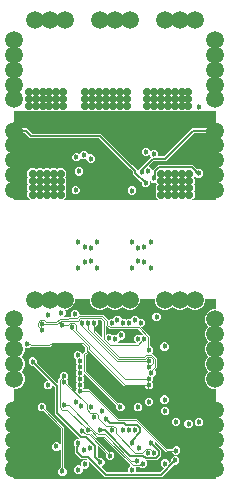
<source format=gbr>
G04 EAGLE Gerber RS-274X export*
G75*
%MOMM*%
%FSLAX34Y34*%
%LPD*%
%INCopper Layer 15*%
%IPPOS*%
%AMOC8*
5,1,8,0,0,1.08239X$1,22.5*%
G01*
%ADD10C,0.101600*%
%ADD11C,0.454000*%
%ADD12C,1.500000*%
%ADD13C,0.704000*%
%ADD14C,0.203200*%
%ADD15C,0.088900*%

G36*
X201705Y31185D02*
X201705Y31185D01*
X201734Y31183D01*
X201795Y31205D01*
X201859Y31219D01*
X201883Y31236D01*
X201910Y31246D01*
X201957Y31292D01*
X202010Y31330D01*
X202024Y31356D01*
X202045Y31376D01*
X202057Y31415D01*
X202101Y31494D01*
X202108Y31584D01*
X202120Y31623D01*
X202120Y106991D01*
X202114Y107019D01*
X202116Y107048D01*
X202094Y107110D01*
X202080Y107174D01*
X202063Y107197D01*
X202053Y107225D01*
X202007Y107272D01*
X201969Y107324D01*
X201943Y107338D01*
X201923Y107359D01*
X201884Y107371D01*
X201805Y107415D01*
X201715Y107423D01*
X201676Y107434D01*
X199931Y107434D01*
X196708Y108770D01*
X194241Y111237D01*
X192905Y114460D01*
X192905Y117950D01*
X194241Y121173D01*
X195245Y122178D01*
X195261Y122202D01*
X195283Y122221D01*
X195311Y122280D01*
X195347Y122335D01*
X195351Y122364D01*
X195363Y122391D01*
X195364Y122456D01*
X195374Y122521D01*
X195366Y122549D01*
X195367Y122578D01*
X195348Y122614D01*
X195323Y122701D01*
X195264Y122770D01*
X195245Y122805D01*
X194241Y123810D01*
X192905Y127033D01*
X192905Y130523D01*
X194241Y133746D01*
X195245Y134751D01*
X195261Y134775D01*
X195283Y134794D01*
X195311Y134853D01*
X195347Y134908D01*
X195351Y134937D01*
X195363Y134964D01*
X195364Y135029D01*
X195374Y135094D01*
X195366Y135122D01*
X195367Y135151D01*
X195348Y135187D01*
X195323Y135274D01*
X195264Y135343D01*
X195245Y135378D01*
X194241Y136383D01*
X192905Y139606D01*
X192905Y143096D01*
X194241Y146319D01*
X195245Y147324D01*
X195261Y147348D01*
X195283Y147367D01*
X195311Y147426D01*
X195347Y147481D01*
X195351Y147510D01*
X195363Y147537D01*
X195364Y147602D01*
X195374Y147667D01*
X195366Y147695D01*
X195367Y147724D01*
X195348Y147760D01*
X195323Y147847D01*
X195264Y147916D01*
X195245Y147951D01*
X194241Y148956D01*
X192905Y152179D01*
X192905Y155669D01*
X194241Y158892D01*
X195245Y159897D01*
X195261Y159921D01*
X195283Y159940D01*
X195311Y159999D01*
X195347Y160054D01*
X195351Y160083D01*
X195363Y160110D01*
X195364Y160175D01*
X195374Y160240D01*
X195366Y160268D01*
X195367Y160297D01*
X195348Y160333D01*
X195323Y160420D01*
X195264Y160489D01*
X195245Y160524D01*
X194241Y161529D01*
X192905Y164752D01*
X192905Y168242D01*
X194241Y171465D01*
X196708Y173932D01*
X199931Y175268D01*
X201676Y175268D01*
X201705Y175274D01*
X201734Y175272D01*
X201795Y175294D01*
X201859Y175307D01*
X201883Y175325D01*
X201910Y175335D01*
X201957Y175380D01*
X202010Y175419D01*
X202024Y175444D01*
X202045Y175465D01*
X202057Y175504D01*
X202101Y175583D01*
X202108Y175673D01*
X202120Y175711D01*
X202120Y183388D01*
X202114Y183416D01*
X202116Y183443D01*
X202116Y183444D01*
X202116Y183446D01*
X202094Y183507D01*
X202080Y183571D01*
X202063Y183595D01*
X202053Y183622D01*
X202007Y183669D01*
X201969Y183722D01*
X201943Y183736D01*
X201923Y183757D01*
X201884Y183769D01*
X201805Y183813D01*
X201715Y183820D01*
X201676Y183832D01*
X193491Y183832D01*
X193463Y183826D01*
X193434Y183828D01*
X193372Y183806D01*
X193308Y183792D01*
X193285Y183775D01*
X193257Y183765D01*
X193210Y183719D01*
X193158Y183681D01*
X193144Y183655D01*
X193123Y183635D01*
X193111Y183596D01*
X193067Y183517D01*
X193059Y183427D01*
X193048Y183388D01*
X193048Y181643D01*
X191712Y178420D01*
X189245Y175953D01*
X186022Y174617D01*
X182532Y174617D01*
X179309Y175953D01*
X178304Y176957D01*
X178280Y176973D01*
X178261Y176995D01*
X178202Y177023D01*
X178147Y177059D01*
X178118Y177063D01*
X178091Y177075D01*
X178026Y177076D01*
X177961Y177086D01*
X177933Y177078D01*
X177904Y177079D01*
X177868Y177060D01*
X177781Y177035D01*
X177712Y176976D01*
X177677Y176957D01*
X176672Y175953D01*
X173449Y174617D01*
X169959Y174617D01*
X166736Y175953D01*
X165731Y176957D01*
X165707Y176973D01*
X165688Y176995D01*
X165629Y177023D01*
X165574Y177059D01*
X165545Y177063D01*
X165518Y177075D01*
X165453Y177076D01*
X165388Y177086D01*
X165360Y177078D01*
X165331Y177079D01*
X165295Y177060D01*
X165208Y177035D01*
X165139Y176976D01*
X165104Y176957D01*
X164099Y175953D01*
X160876Y174617D01*
X157386Y174617D01*
X154163Y175953D01*
X151696Y178420D01*
X150360Y181643D01*
X150360Y183388D01*
X150354Y183416D01*
X150356Y183443D01*
X150356Y183444D01*
X150356Y183446D01*
X150334Y183507D01*
X150321Y183571D01*
X150303Y183595D01*
X150293Y183622D01*
X150248Y183669D01*
X150209Y183722D01*
X150184Y183736D01*
X150163Y183757D01*
X150124Y183769D01*
X150045Y183813D01*
X149955Y183820D01*
X149917Y183832D01*
X138373Y183832D01*
X138345Y183826D01*
X138316Y183828D01*
X138254Y183806D01*
X138190Y183792D01*
X138167Y183775D01*
X138139Y183765D01*
X138092Y183719D01*
X138040Y183681D01*
X138026Y183655D01*
X138005Y183635D01*
X137993Y183596D01*
X137949Y183517D01*
X137941Y183427D01*
X137930Y183388D01*
X137930Y181643D01*
X136594Y178420D01*
X134127Y175953D01*
X130904Y174617D01*
X127414Y174617D01*
X124191Y175953D01*
X123186Y176957D01*
X123162Y176973D01*
X123143Y176995D01*
X123084Y177023D01*
X123029Y177059D01*
X123000Y177063D01*
X122973Y177075D01*
X122908Y177076D01*
X122843Y177086D01*
X122815Y177078D01*
X122786Y177079D01*
X122750Y177060D01*
X122663Y177035D01*
X122594Y176976D01*
X122559Y176957D01*
X121554Y175953D01*
X118331Y174617D01*
X114841Y174617D01*
X111618Y175953D01*
X110613Y176957D01*
X110589Y176973D01*
X110570Y176995D01*
X110511Y177023D01*
X110456Y177059D01*
X110427Y177063D01*
X110400Y177075D01*
X110335Y177076D01*
X110270Y177086D01*
X110242Y177078D01*
X110213Y177079D01*
X110177Y177060D01*
X110090Y177035D01*
X110021Y176976D01*
X109986Y176957D01*
X108981Y175953D01*
X105758Y174617D01*
X102268Y174617D01*
X99045Y175953D01*
X96578Y178420D01*
X95242Y181643D01*
X95242Y183388D01*
X95236Y183416D01*
X95238Y183443D01*
X95238Y183444D01*
X95238Y183446D01*
X95216Y183507D01*
X95203Y183571D01*
X95185Y183595D01*
X95175Y183622D01*
X95130Y183669D01*
X95091Y183722D01*
X95066Y183736D01*
X95045Y183757D01*
X95006Y183769D01*
X94927Y183813D01*
X94837Y183820D01*
X94799Y183832D01*
X83255Y183832D01*
X83227Y183826D01*
X83198Y183828D01*
X83136Y183806D01*
X83072Y183792D01*
X83049Y183775D01*
X83021Y183765D01*
X82974Y183719D01*
X82922Y183681D01*
X82908Y183655D01*
X82887Y183635D01*
X82875Y183596D01*
X82831Y183517D01*
X82823Y183427D01*
X82812Y183388D01*
X82812Y181643D01*
X81476Y178420D01*
X79009Y175953D01*
X75786Y174617D01*
X74936Y174617D01*
X74922Y174614D01*
X74907Y174616D01*
X74831Y174594D01*
X74753Y174578D01*
X74742Y174569D01*
X74727Y174565D01*
X74667Y174513D01*
X74603Y174466D01*
X74596Y174453D01*
X74584Y174444D01*
X74550Y174372D01*
X74512Y174302D01*
X74511Y174288D01*
X74504Y174274D01*
X74503Y174195D01*
X74497Y174116D01*
X74502Y174102D01*
X74501Y174087D01*
X74518Y174056D01*
X74560Y173939D01*
X74606Y173892D01*
X74623Y173860D01*
X74892Y173591D01*
X74892Y170658D01*
X73300Y169066D01*
X73292Y169054D01*
X73281Y169045D01*
X73242Y168976D01*
X73199Y168909D01*
X73197Y168894D01*
X73190Y168881D01*
X73183Y168802D01*
X73171Y168723D01*
X73175Y168709D01*
X73174Y168695D01*
X73201Y168620D01*
X73223Y168543D01*
X73232Y168532D01*
X73237Y168518D01*
X73293Y168461D01*
X73344Y168400D01*
X73357Y168394D01*
X73368Y168384D01*
X73401Y168373D01*
X73513Y168320D01*
X73580Y168319D01*
X73614Y168309D01*
X76325Y168309D01*
X76367Y168318D01*
X76411Y168317D01*
X76443Y168334D01*
X76508Y168348D01*
X76607Y168422D01*
X76638Y168439D01*
X76880Y168681D01*
X79237Y168681D01*
X79252Y168684D01*
X79266Y168682D01*
X79343Y168704D01*
X79420Y168720D01*
X79432Y168729D01*
X79446Y168733D01*
X79507Y168785D01*
X79571Y168832D01*
X79578Y168845D01*
X79589Y168854D01*
X79623Y168926D01*
X79662Y168996D01*
X79663Y169010D01*
X79669Y169024D01*
X79671Y169103D01*
X79677Y169182D01*
X79672Y169196D01*
X79672Y169211D01*
X79656Y169242D01*
X79614Y169359D01*
X79568Y169406D01*
X79551Y169438D01*
X79506Y169483D01*
X79506Y172417D01*
X81580Y174491D01*
X84513Y174491D01*
X86587Y172417D01*
X86587Y171024D01*
X86594Y170995D01*
X86591Y170966D01*
X86613Y170905D01*
X86627Y170841D01*
X86644Y170817D01*
X86654Y170790D01*
X86700Y170743D01*
X86739Y170690D01*
X86764Y170676D01*
X86785Y170655D01*
X86823Y170643D01*
X86902Y170599D01*
X86993Y170592D01*
X87031Y170580D01*
X106432Y170580D01*
X107028Y169985D01*
X107064Y169961D01*
X107095Y169930D01*
X107130Y169919D01*
X107185Y169883D01*
X107308Y169865D01*
X107341Y169855D01*
X107388Y169855D01*
X108345Y168898D01*
X110583Y166660D01*
X110835Y166408D01*
X110859Y166393D01*
X110878Y166370D01*
X110937Y166342D01*
X110992Y166307D01*
X111021Y166303D01*
X111048Y166290D01*
X111113Y166289D01*
X111177Y166279D01*
X111206Y166287D01*
X111235Y166287D01*
X111270Y166306D01*
X111358Y166331D01*
X111427Y166389D01*
X111462Y166408D01*
X112297Y167244D01*
X114975Y167244D01*
X115017Y167253D01*
X115061Y167252D01*
X115093Y167269D01*
X115158Y167283D01*
X115257Y167357D01*
X115288Y167374D01*
X117297Y169383D01*
X120231Y169383D01*
X122240Y167374D01*
X122276Y167350D01*
X122307Y167319D01*
X122341Y167308D01*
X122397Y167272D01*
X122520Y167254D01*
X122553Y167244D01*
X125231Y167244D01*
X125974Y166500D01*
X125999Y166484D01*
X126018Y166462D01*
X126077Y166434D01*
X126132Y166399D01*
X126161Y166394D01*
X126187Y166382D01*
X126252Y166381D01*
X126317Y166371D01*
X126345Y166379D01*
X126375Y166379D01*
X126410Y166398D01*
X126497Y166423D01*
X126566Y166481D01*
X126602Y166500D01*
X127345Y167244D01*
X129975Y167244D01*
X130017Y167253D01*
X130061Y167252D01*
X130093Y167269D01*
X130158Y167283D01*
X130257Y167357D01*
X130288Y167374D01*
X132321Y169407D01*
X135255Y169407D01*
X137288Y167374D01*
X137324Y167350D01*
X137355Y167319D01*
X137389Y167308D01*
X137445Y167272D01*
X137568Y167254D01*
X137601Y167244D01*
X140231Y167244D01*
X142305Y165170D01*
X142305Y162236D01*
X140231Y160162D01*
X139532Y160162D01*
X139518Y160159D01*
X139503Y160161D01*
X139426Y160139D01*
X139349Y160123D01*
X139337Y160114D01*
X139323Y160110D01*
X139262Y160058D01*
X139198Y160011D01*
X139191Y159998D01*
X139180Y159989D01*
X139146Y159917D01*
X139107Y159847D01*
X139106Y159833D01*
X139100Y159819D01*
X139099Y159740D01*
X139092Y159661D01*
X139097Y159647D01*
X139097Y159632D01*
X139113Y159601D01*
X139155Y159484D01*
X139201Y159437D01*
X139218Y159405D01*
X146366Y152257D01*
X146366Y144468D01*
X146372Y144439D01*
X146370Y144410D01*
X146392Y144348D01*
X146405Y144285D01*
X146423Y144261D01*
X146433Y144234D01*
X146478Y144187D01*
X146517Y144134D01*
X146542Y144120D01*
X146563Y144099D01*
X146602Y144087D01*
X146681Y144043D01*
X146724Y144040D01*
X148814Y141950D01*
X148814Y139017D01*
X148206Y138409D01*
X148190Y138384D01*
X148168Y138365D01*
X148140Y138306D01*
X148105Y138252D01*
X148100Y138223D01*
X148088Y138196D01*
X148087Y138131D01*
X148077Y138066D01*
X148085Y138038D01*
X148085Y138009D01*
X148104Y137973D01*
X148128Y137886D01*
X148187Y137817D01*
X148206Y137781D01*
X149025Y136962D01*
X151136Y134851D01*
X152048Y133940D01*
X152048Y125843D01*
X150258Y124053D01*
X150243Y124029D01*
X150220Y124010D01*
X150192Y123951D01*
X150157Y123896D01*
X150153Y123867D01*
X150140Y123840D01*
X150139Y123775D01*
X150129Y123711D01*
X150137Y123682D01*
X150137Y123653D01*
X150156Y123618D01*
X150181Y123530D01*
X150239Y123461D01*
X150258Y123426D01*
X151060Y122625D01*
X151060Y119691D01*
X149003Y117634D01*
X148979Y117598D01*
X148948Y117567D01*
X148937Y117533D01*
X148901Y117477D01*
X148883Y117354D01*
X148873Y117321D01*
X148873Y114739D01*
X148129Y113996D01*
X148113Y113971D01*
X148091Y113952D01*
X148063Y113893D01*
X148028Y113838D01*
X148023Y113809D01*
X148011Y113783D01*
X148010Y113718D01*
X148000Y113653D01*
X148008Y113625D01*
X148008Y113596D01*
X148027Y113560D01*
X148052Y113473D01*
X148110Y113404D01*
X148129Y113368D01*
X148873Y112625D01*
X148873Y109691D01*
X146799Y107617D01*
X143865Y107617D01*
X141789Y109694D01*
X141752Y109717D01*
X141722Y109749D01*
X141687Y109759D01*
X141631Y109795D01*
X141509Y109814D01*
X141475Y109824D01*
X134500Y109824D01*
X134458Y109815D01*
X134414Y109815D01*
X134382Y109798D01*
X134348Y109791D01*
X133125Y109791D01*
X133118Y109795D01*
X132995Y109814D01*
X132962Y109824D01*
X124657Y109824D01*
X123745Y110735D01*
X94949Y139531D01*
X94937Y139539D01*
X94928Y139551D01*
X94859Y139590D01*
X94792Y139633D01*
X94777Y139635D01*
X94765Y139642D01*
X94685Y139649D01*
X94607Y139660D01*
X94592Y139656D01*
X94578Y139658D01*
X94503Y139631D01*
X94427Y139609D01*
X94415Y139599D01*
X94401Y139594D01*
X94344Y139539D01*
X94284Y139488D01*
X94277Y139474D01*
X94267Y139464D01*
X94256Y139430D01*
X94204Y139318D01*
X94202Y139252D01*
X94192Y139218D01*
X94192Y138520D01*
X92323Y136651D01*
X92318Y136644D01*
X92313Y136641D01*
X92299Y136614D01*
X92268Y136584D01*
X92257Y136549D01*
X92221Y136494D01*
X92203Y136371D01*
X92193Y136337D01*
X92193Y123368D01*
X92202Y123325D01*
X92201Y123281D01*
X92218Y123249D01*
X92232Y123185D01*
X92306Y123085D01*
X92323Y123054D01*
X119548Y95829D01*
X119585Y95805D01*
X119615Y95774D01*
X119650Y95763D01*
X119706Y95727D01*
X119828Y95709D01*
X119862Y95699D01*
X122799Y95699D01*
X124873Y93625D01*
X124873Y90691D01*
X122799Y88617D01*
X119865Y88617D01*
X117791Y90691D01*
X117791Y93628D01*
X117782Y93671D01*
X117783Y93715D01*
X117766Y93747D01*
X117752Y93811D01*
X117678Y93911D01*
X117661Y93942D01*
X91553Y120050D01*
X91541Y120058D01*
X91532Y120070D01*
X91463Y120108D01*
X91396Y120151D01*
X91381Y120154D01*
X91368Y120161D01*
X91289Y120167D01*
X91210Y120179D01*
X91196Y120175D01*
X91182Y120176D01*
X91107Y120149D01*
X91030Y120127D01*
X91019Y120118D01*
X91005Y120113D01*
X90948Y120058D01*
X90887Y120006D01*
X90881Y119993D01*
X90871Y119983D01*
X90860Y119949D01*
X90807Y119837D01*
X90806Y119771D01*
X90796Y119736D01*
X90796Y119691D01*
X90052Y118948D01*
X90036Y118923D01*
X90014Y118904D01*
X89986Y118845D01*
X89951Y118790D01*
X89946Y118761D01*
X89934Y118735D01*
X89933Y118670D01*
X89923Y118605D01*
X89931Y118577D01*
X89931Y118547D01*
X89950Y118512D01*
X89975Y118425D01*
X90024Y118366D01*
X90025Y118364D01*
X90034Y118355D01*
X90052Y118320D01*
X90796Y117577D01*
X90796Y114643D01*
X90052Y113900D01*
X90036Y113875D01*
X90014Y113856D01*
X89986Y113797D01*
X89951Y113742D01*
X89946Y113713D01*
X89934Y113687D01*
X89933Y113622D01*
X89923Y113557D01*
X89931Y113529D01*
X89931Y113500D01*
X89950Y113464D01*
X89975Y113377D01*
X90033Y113308D01*
X90052Y113272D01*
X90796Y112529D01*
X90796Y109595D01*
X90052Y108852D01*
X90036Y108827D01*
X90014Y108808D01*
X89986Y108749D01*
X89951Y108694D01*
X89946Y108665D01*
X89934Y108639D01*
X89933Y108574D01*
X89923Y108509D01*
X89931Y108481D01*
X89931Y108452D01*
X89950Y108416D01*
X89975Y108329D01*
X90033Y108260D01*
X90052Y108224D01*
X90798Y107478D01*
X90835Y107455D01*
X90865Y107423D01*
X90900Y107413D01*
X90956Y107377D01*
X91078Y107358D01*
X91112Y107348D01*
X95004Y107348D01*
X119879Y82474D01*
X119916Y82450D01*
X119946Y82419D01*
X119981Y82408D01*
X120036Y82372D01*
X120159Y82354D01*
X120193Y82344D01*
X125663Y82344D01*
X125686Y82329D01*
X125808Y82311D01*
X125842Y82301D01*
X133992Y82301D01*
X134035Y82310D01*
X134079Y82309D01*
X134111Y82326D01*
X134175Y82340D01*
X134180Y82344D01*
X135324Y82344D01*
X136279Y81389D01*
X160761Y56907D01*
X160798Y56883D01*
X160828Y56852D01*
X160863Y56841D01*
X160918Y56806D01*
X161041Y56787D01*
X161075Y56777D01*
X164768Y56777D01*
X164811Y56786D01*
X164855Y56786D01*
X164887Y56803D01*
X164951Y56817D01*
X165051Y56890D01*
X165082Y56907D01*
X167158Y58984D01*
X170092Y58984D01*
X172166Y56909D01*
X172166Y53976D01*
X170092Y51902D01*
X167158Y51902D01*
X165082Y53979D01*
X165045Y54002D01*
X165015Y54034D01*
X164980Y54044D01*
X164924Y54080D01*
X164802Y54098D01*
X164768Y54109D01*
X159786Y54109D01*
X151237Y62657D01*
X151225Y62665D01*
X151216Y62677D01*
X151147Y62715D01*
X151080Y62759D01*
X151065Y62761D01*
X151052Y62768D01*
X150973Y62774D01*
X150894Y62786D01*
X150880Y62782D01*
X150866Y62783D01*
X150791Y62756D01*
X150714Y62735D01*
X150703Y62725D01*
X150689Y62720D01*
X150632Y62665D01*
X150571Y62613D01*
X150565Y62600D01*
X150555Y62590D01*
X150544Y62556D01*
X150491Y62444D01*
X150490Y62378D01*
X150480Y62343D01*
X150480Y61356D01*
X150487Y61322D01*
X150485Y61296D01*
X150489Y61287D01*
X150488Y61269D01*
X150505Y61237D01*
X150519Y61173D01*
X150539Y61147D01*
X150548Y61120D01*
X150592Y61075D01*
X150593Y61073D01*
X150610Y61042D01*
X155613Y56039D01*
X155613Y51001D01*
X153166Y48555D01*
X151920Y47308D01*
X143747Y47308D01*
X143732Y47305D01*
X143718Y47307D01*
X143641Y47285D01*
X143564Y47269D01*
X143552Y47260D01*
X143538Y47256D01*
X143477Y47204D01*
X143413Y47157D01*
X143406Y47144D01*
X143395Y47135D01*
X143361Y47063D01*
X143322Y46993D01*
X143321Y46979D01*
X143315Y46965D01*
X143313Y46886D01*
X143307Y46807D01*
X143312Y46793D01*
X143312Y46778D01*
X143328Y46747D01*
X143370Y46630D01*
X143416Y46583D01*
X143433Y46551D01*
X144052Y45932D01*
X144052Y42999D01*
X141978Y40925D01*
X139044Y40925D01*
X138243Y41726D01*
X138219Y41742D01*
X138200Y41764D01*
X138141Y41792D01*
X138086Y41828D01*
X138057Y41832D01*
X138030Y41844D01*
X137965Y41845D01*
X137900Y41855D01*
X137872Y41847D01*
X137843Y41848D01*
X137807Y41829D01*
X137720Y41804D01*
X137651Y41745D01*
X137617Y41727D01*
X134661Y41727D01*
X134646Y41724D01*
X134632Y41726D01*
X134555Y41704D01*
X134478Y41687D01*
X134466Y41678D01*
X134452Y41674D01*
X134391Y41623D01*
X134327Y41576D01*
X134320Y41563D01*
X134309Y41553D01*
X134275Y41481D01*
X134236Y41412D01*
X134235Y41397D01*
X134229Y41384D01*
X134227Y41304D01*
X134221Y41225D01*
X134226Y41211D01*
X134226Y41196D01*
X134242Y41165D01*
X134284Y41049D01*
X134330Y41001D01*
X134347Y40969D01*
X134480Y40837D01*
X134480Y37903D01*
X134435Y37858D01*
X134427Y37846D01*
X134415Y37837D01*
X134376Y37768D01*
X134333Y37701D01*
X134331Y37686D01*
X134324Y37673D01*
X134317Y37594D01*
X134306Y37516D01*
X134310Y37501D01*
X134308Y37487D01*
X134335Y37412D01*
X134357Y37335D01*
X134367Y37324D01*
X134371Y37310D01*
X134427Y37253D01*
X134478Y37192D01*
X134491Y37186D01*
X134502Y37176D01*
X134536Y37165D01*
X134647Y37112D01*
X134714Y37111D01*
X134748Y37101D01*
X154895Y37101D01*
X154937Y37110D01*
X154981Y37109D01*
X155013Y37126D01*
X155078Y37140D01*
X155177Y37214D01*
X155209Y37231D01*
X158084Y40106D01*
X158092Y40118D01*
X158103Y40127D01*
X158142Y40196D01*
X158185Y40263D01*
X158187Y40278D01*
X158194Y40291D01*
X158201Y40370D01*
X158213Y40449D01*
X158209Y40463D01*
X158210Y40477D01*
X158183Y40552D01*
X158161Y40629D01*
X158152Y40640D01*
X158147Y40654D01*
X158091Y40711D01*
X158040Y40772D01*
X158027Y40778D01*
X158016Y40788D01*
X157983Y40799D01*
X157871Y40852D01*
X157804Y40853D01*
X157770Y40863D01*
X157656Y40863D01*
X155582Y42937D01*
X155582Y45871D01*
X157656Y47945D01*
X160589Y47945D01*
X162663Y45871D01*
X162663Y45757D01*
X162666Y45742D01*
X162664Y45728D01*
X162686Y45651D01*
X162703Y45574D01*
X162712Y45562D01*
X162716Y45547D01*
X162767Y45487D01*
X162814Y45423D01*
X162827Y45416D01*
X162837Y45405D01*
X162909Y45371D01*
X162978Y45332D01*
X162993Y45331D01*
X163006Y45324D01*
X163086Y45323D01*
X163165Y45317D01*
X163179Y45322D01*
X163193Y45321D01*
X163225Y45338D01*
X163341Y45380D01*
X163389Y45426D01*
X163421Y45443D01*
X164096Y46118D01*
X164120Y46155D01*
X164151Y46186D01*
X164162Y46220D01*
X164198Y46276D01*
X164216Y46398D01*
X164226Y46432D01*
X164226Y48561D01*
X166300Y50635D01*
X169234Y50635D01*
X171308Y48561D01*
X171308Y45627D01*
X169234Y43553D01*
X167105Y43553D01*
X167063Y43544D01*
X167019Y43545D01*
X166987Y43528D01*
X166922Y43514D01*
X166823Y43440D01*
X166791Y43423D01*
X156657Y33289D01*
X108024Y33289D01*
X106777Y34536D01*
X95798Y45515D01*
X95786Y45523D01*
X95777Y45535D01*
X95708Y45573D01*
X95641Y45616D01*
X95626Y45618D01*
X95613Y45626D01*
X95534Y45632D01*
X95455Y45644D01*
X95441Y45640D01*
X95427Y45641D01*
X95352Y45614D01*
X95275Y45592D01*
X95264Y45583D01*
X95250Y45578D01*
X95193Y45523D01*
X95132Y45471D01*
X95126Y45458D01*
X95116Y45448D01*
X95105Y45414D01*
X95052Y45302D01*
X95051Y45236D01*
X95041Y45201D01*
X95041Y42325D01*
X92967Y40251D01*
X90033Y40251D01*
X90023Y40261D01*
X90011Y40269D01*
X90002Y40281D01*
X89933Y40319D01*
X89866Y40362D01*
X89851Y40365D01*
X89838Y40372D01*
X89759Y40378D01*
X89681Y40390D01*
X89666Y40386D01*
X89652Y40387D01*
X89577Y40360D01*
X89500Y40339D01*
X89489Y40329D01*
X89475Y40324D01*
X89418Y40269D01*
X89357Y40217D01*
X89351Y40204D01*
X89341Y40194D01*
X89330Y40160D01*
X89277Y40048D01*
X89276Y39982D01*
X89266Y39947D01*
X89266Y37882D01*
X87192Y35808D01*
X84258Y35808D01*
X82184Y37882D01*
X82184Y40816D01*
X84258Y42890D01*
X87192Y42890D01*
X87202Y42880D01*
X87214Y42872D01*
X87223Y42860D01*
X87292Y42821D01*
X87359Y42778D01*
X87374Y42776D01*
X87387Y42769D01*
X87466Y42762D01*
X87544Y42751D01*
X87559Y42755D01*
X87573Y42753D01*
X87648Y42780D01*
X87725Y42802D01*
X87736Y42812D01*
X87750Y42816D01*
X87807Y42872D01*
X87868Y42923D01*
X87874Y42936D01*
X87884Y42947D01*
X87895Y42981D01*
X87948Y43092D01*
X87949Y43159D01*
X87959Y43193D01*
X87959Y45258D01*
X90033Y47332D01*
X92909Y47332D01*
X92924Y47335D01*
X92939Y47333D01*
X93015Y47355D01*
X93093Y47372D01*
X93104Y47381D01*
X93119Y47385D01*
X93179Y47436D01*
X93243Y47483D01*
X93250Y47496D01*
X93262Y47506D01*
X93295Y47578D01*
X93334Y47647D01*
X93335Y47662D01*
X93342Y47675D01*
X93343Y47755D01*
X93349Y47834D01*
X93344Y47848D01*
X93345Y47863D01*
X93328Y47894D01*
X93286Y48010D01*
X93240Y48058D01*
X93223Y48090D01*
X92969Y48344D01*
X92932Y48368D01*
X92902Y48399D01*
X92867Y48409D01*
X92812Y48445D01*
X92689Y48463D01*
X92655Y48474D01*
X87647Y48474D01*
X83043Y53077D01*
X83043Y59340D01*
X83034Y59382D01*
X83035Y59426D01*
X83018Y59458D01*
X83004Y59523D01*
X82930Y59622D01*
X82913Y59653D01*
X82184Y60382D01*
X82184Y63316D01*
X84258Y65390D01*
X85753Y65390D01*
X85768Y65393D01*
X85782Y65391D01*
X85859Y65413D01*
X85937Y65429D01*
X85948Y65438D01*
X85963Y65442D01*
X86023Y65494D01*
X86087Y65541D01*
X86094Y65554D01*
X86106Y65563D01*
X86140Y65635D01*
X86178Y65705D01*
X86179Y65719D01*
X86186Y65733D01*
X86187Y65812D01*
X86193Y65891D01*
X86188Y65905D01*
X86189Y65920D01*
X86172Y65951D01*
X86130Y66068D01*
X86084Y66115D01*
X86067Y66147D01*
X65801Y86413D01*
X65801Y109129D01*
X65792Y109171D01*
X65793Y109215D01*
X65776Y109247D01*
X65762Y109312D01*
X65688Y109411D01*
X65671Y109443D01*
X64482Y110632D01*
X64470Y110640D01*
X64461Y110651D01*
X64392Y110690D01*
X64325Y110733D01*
X64310Y110735D01*
X64297Y110742D01*
X64218Y110749D01*
X64139Y110761D01*
X64125Y110757D01*
X64111Y110758D01*
X64036Y110731D01*
X63959Y110709D01*
X63948Y110700D01*
X63934Y110695D01*
X63877Y110639D01*
X63816Y110588D01*
X63810Y110575D01*
X63800Y110564D01*
X63789Y110531D01*
X63736Y110419D01*
X63735Y110352D01*
X63725Y110318D01*
X63725Y109618D01*
X61651Y107544D01*
X58717Y107544D01*
X56643Y109618D01*
X56643Y112552D01*
X58717Y114626D01*
X59417Y114626D01*
X59431Y114629D01*
X59446Y114627D01*
X59523Y114649D01*
X59600Y114665D01*
X59612Y114674D01*
X59626Y114678D01*
X59687Y114730D01*
X59750Y114777D01*
X59758Y114790D01*
X59769Y114799D01*
X59803Y114871D01*
X59841Y114941D01*
X59843Y114955D01*
X59849Y114969D01*
X59850Y115048D01*
X59857Y115127D01*
X59852Y115141D01*
X59852Y115156D01*
X59835Y115187D01*
X59794Y115304D01*
X59748Y115351D01*
X59731Y115383D01*
X47966Y127148D01*
X47929Y127172D01*
X47898Y127203D01*
X47864Y127214D01*
X47808Y127250D01*
X47686Y127268D01*
X47652Y127278D01*
X45523Y127278D01*
X43449Y129352D01*
X43449Y132286D01*
X45523Y134360D01*
X48457Y134360D01*
X50531Y132286D01*
X50531Y130157D01*
X50540Y130115D01*
X50539Y130071D01*
X50556Y130039D01*
X50570Y129974D01*
X50615Y129914D01*
X50619Y129901D01*
X50641Y129879D01*
X50644Y129875D01*
X50661Y129843D01*
X67965Y112539D01*
X67977Y112531D01*
X67986Y112520D01*
X68055Y112481D01*
X68122Y112438D01*
X68137Y112436D01*
X68150Y112429D01*
X68229Y112422D01*
X68308Y112410D01*
X68322Y112414D01*
X68336Y112413D01*
X68411Y112440D01*
X68488Y112462D01*
X68499Y112471D01*
X68513Y112476D01*
X68570Y112532D01*
X68631Y112583D01*
X68637Y112596D01*
X68647Y112607D01*
X68658Y112640D01*
X68711Y112752D01*
X68712Y112819D01*
X68722Y112853D01*
X68722Y115748D01*
X69634Y116660D01*
X70093Y117119D01*
X70117Y117156D01*
X70148Y117187D01*
X70159Y117221D01*
X70195Y117277D01*
X70213Y117399D01*
X70223Y117433D01*
X70223Y120218D01*
X72297Y122292D01*
X75231Y122292D01*
X77305Y120218D01*
X77305Y117284D01*
X76509Y116489D01*
X76493Y116464D01*
X76471Y116445D01*
X76443Y116386D01*
X76408Y116331D01*
X76403Y116302D01*
X76391Y116276D01*
X76390Y116211D01*
X76380Y116146D01*
X76388Y116118D01*
X76388Y116089D01*
X76407Y116053D01*
X76432Y115966D01*
X76490Y115897D01*
X76509Y115861D01*
X77201Y115170D01*
X77201Y112233D01*
X77210Y112190D01*
X77209Y112146D01*
X77226Y112114D01*
X77240Y112050D01*
X77314Y111950D01*
X77331Y111919D01*
X82957Y106293D01*
X82969Y106285D01*
X82978Y106273D01*
X83003Y106259D01*
X83014Y106248D01*
X83035Y106241D01*
X83047Y106235D01*
X83114Y106192D01*
X83129Y106189D01*
X83142Y106182D01*
X83221Y106176D01*
X83300Y106164D01*
X83314Y106168D01*
X83328Y106167D01*
X83403Y106194D01*
X83480Y106216D01*
X83491Y106225D01*
X83505Y106230D01*
X83562Y106285D01*
X83623Y106337D01*
X83629Y106350D01*
X83639Y106360D01*
X83650Y106394D01*
X83688Y106475D01*
X83695Y106488D01*
X83695Y106491D01*
X83703Y106506D01*
X83704Y106572D01*
X83714Y106607D01*
X83714Y107481D01*
X84458Y108224D01*
X84474Y108249D01*
X84496Y108268D01*
X84524Y108327D01*
X84559Y108382D01*
X84564Y108411D01*
X84576Y108437D01*
X84577Y108502D01*
X84587Y108567D01*
X84579Y108595D01*
X84579Y108625D01*
X84560Y108660D01*
X84535Y108747D01*
X84477Y108816D01*
X84458Y108852D01*
X83714Y109595D01*
X83714Y112529D01*
X84458Y113272D01*
X84474Y113297D01*
X84496Y113316D01*
X84524Y113375D01*
X84559Y113430D01*
X84564Y113459D01*
X84576Y113485D01*
X84577Y113550D01*
X84587Y113615D01*
X84579Y113643D01*
X84579Y113673D01*
X84560Y113708D01*
X84535Y113795D01*
X84477Y113864D01*
X84458Y113900D01*
X83714Y114643D01*
X83714Y117577D01*
X84458Y118320D01*
X84474Y118345D01*
X84496Y118364D01*
X84524Y118423D01*
X84559Y118478D01*
X84564Y118507D01*
X84576Y118533D01*
X84577Y118598D01*
X84587Y118663D01*
X84579Y118691D01*
X84579Y118720D01*
X84560Y118756D01*
X84535Y118843D01*
X84477Y118912D01*
X84458Y118948D01*
X83714Y119691D01*
X83714Y122625D01*
X84472Y123383D01*
X84488Y123407D01*
X84511Y123426D01*
X84539Y123485D01*
X84574Y123540D01*
X84578Y123569D01*
X84591Y123596D01*
X84592Y123661D01*
X84601Y123726D01*
X84593Y123754D01*
X84594Y123783D01*
X84575Y123819D01*
X84550Y123906D01*
X84491Y123975D01*
X84472Y124010D01*
X83705Y124778D01*
X83705Y127711D01*
X84472Y128479D01*
X84488Y128504D01*
X84511Y128522D01*
X84539Y128581D01*
X84574Y128636D01*
X84578Y128665D01*
X84591Y128692D01*
X84592Y128757D01*
X84601Y128822D01*
X84593Y128850D01*
X84594Y128879D01*
X84575Y128915D01*
X84550Y129002D01*
X84527Y129028D01*
X84524Y129039D01*
X84490Y129074D01*
X84472Y129106D01*
X83714Y129865D01*
X83714Y132734D01*
X83705Y132777D01*
X83706Y132820D01*
X83689Y132852D01*
X83675Y132917D01*
X83601Y133016D01*
X83584Y133048D01*
X81720Y134913D01*
X81720Y137846D01*
X83794Y139920D01*
X86727Y139920D01*
X88836Y137810D01*
X88841Y137791D01*
X88849Y137780D01*
X88853Y137765D01*
X88905Y137705D01*
X88952Y137641D01*
X88965Y137634D01*
X88975Y137623D01*
X89046Y137588D01*
X89116Y137550D01*
X89131Y137549D01*
X89144Y137542D01*
X89224Y137541D01*
X89303Y137535D01*
X89316Y137540D01*
X89331Y137539D01*
X89362Y137556D01*
X89479Y137598D01*
X89527Y137644D01*
X89559Y137661D01*
X90436Y138538D01*
X91393Y139496D01*
X91417Y139533D01*
X91449Y139563D01*
X91459Y139598D01*
X91495Y139653D01*
X91513Y139776D01*
X91523Y139810D01*
X91523Y142795D01*
X91514Y142838D01*
X91515Y142881D01*
X91498Y142913D01*
X91484Y142978D01*
X91410Y143077D01*
X91393Y143109D01*
X89283Y145219D01*
X89246Y145243D01*
X89215Y145275D01*
X89181Y145285D01*
X89125Y145321D01*
X89003Y145339D01*
X88969Y145349D01*
X63959Y145349D01*
X63916Y145340D01*
X63872Y145341D01*
X63840Y145324D01*
X63776Y145310D01*
X63676Y145236D01*
X63645Y145219D01*
X62670Y144245D01*
X61759Y143333D01*
X45101Y143333D01*
X45058Y143324D01*
X45015Y143325D01*
X44983Y143308D01*
X44918Y143294D01*
X44819Y143220D01*
X44787Y143203D01*
X43622Y142038D01*
X40710Y142038D01*
X40682Y142031D01*
X40653Y142034D01*
X40591Y142012D01*
X40527Y141998D01*
X40504Y141981D01*
X40476Y141971D01*
X40429Y141925D01*
X40377Y141886D01*
X40363Y141861D01*
X40342Y141840D01*
X40330Y141802D01*
X40286Y141723D01*
X40278Y141632D01*
X40267Y141594D01*
X40267Y139606D01*
X38931Y136383D01*
X37927Y135378D01*
X37911Y135354D01*
X37889Y135335D01*
X37861Y135276D01*
X37825Y135221D01*
X37821Y135192D01*
X37809Y135165D01*
X37808Y135100D01*
X37798Y135036D01*
X37806Y135007D01*
X37805Y134978D01*
X37824Y134942D01*
X37849Y134855D01*
X37908Y134786D01*
X37927Y134751D01*
X38931Y133746D01*
X40267Y130523D01*
X40267Y127033D01*
X38931Y123810D01*
X37927Y122805D01*
X37911Y122781D01*
X37889Y122762D01*
X37861Y122703D01*
X37825Y122648D01*
X37821Y122619D01*
X37809Y122592D01*
X37808Y122527D01*
X37798Y122463D01*
X37806Y122434D01*
X37805Y122405D01*
X37824Y122369D01*
X37849Y122282D01*
X37908Y122213D01*
X37927Y122178D01*
X38931Y121173D01*
X40267Y117950D01*
X40267Y114460D01*
X38931Y111237D01*
X36464Y108770D01*
X33241Y107434D01*
X31496Y107434D01*
X31467Y107428D01*
X31438Y107430D01*
X31377Y107408D01*
X31313Y107395D01*
X31289Y107377D01*
X31262Y107367D01*
X31215Y107322D01*
X31162Y107283D01*
X31148Y107258D01*
X31127Y107237D01*
X31115Y107198D01*
X31071Y107119D01*
X31064Y107029D01*
X31052Y106991D01*
X31052Y31623D01*
X31058Y31594D01*
X31056Y31565D01*
X31078Y31504D01*
X31092Y31440D01*
X31109Y31416D01*
X31119Y31389D01*
X31165Y31342D01*
X31203Y31289D01*
X31229Y31275D01*
X31249Y31254D01*
X31288Y31242D01*
X31367Y31198D01*
X31457Y31191D01*
X31496Y31179D01*
X201676Y31179D01*
X201705Y31185D01*
G37*
G36*
X44174Y267656D02*
X44174Y267656D01*
X44188Y267654D01*
X44265Y267676D01*
X44342Y267693D01*
X44354Y267702D01*
X44368Y267706D01*
X44429Y267757D01*
X44493Y267804D01*
X44500Y267817D01*
X44511Y267827D01*
X44545Y267899D01*
X44584Y267968D01*
X44585Y267983D01*
X44591Y267996D01*
X44593Y268076D01*
X44599Y268155D01*
X44594Y268169D01*
X44595Y268184D01*
X44578Y268215D01*
X44536Y268331D01*
X44490Y268379D01*
X44473Y268411D01*
X42580Y270304D01*
X42580Y274272D01*
X43203Y274895D01*
X43207Y274902D01*
X43211Y274904D01*
X43220Y274921D01*
X43241Y274939D01*
X43269Y274998D01*
X43305Y275053D01*
X43309Y275082D01*
X43321Y275108D01*
X43323Y275173D01*
X43332Y275238D01*
X43324Y275266D01*
X43325Y275295D01*
X43306Y275331D01*
X43281Y275418D01*
X43222Y275487D01*
X43203Y275523D01*
X42580Y276146D01*
X42580Y280114D01*
X43203Y280737D01*
X43219Y280762D01*
X43241Y280781D01*
X43269Y280840D01*
X43305Y280895D01*
X43309Y280924D01*
X43321Y280950D01*
X43323Y281015D01*
X43332Y281080D01*
X43324Y281108D01*
X43325Y281137D01*
X43306Y281173D01*
X43281Y281260D01*
X43222Y281329D01*
X43203Y281365D01*
X42580Y281988D01*
X42580Y285956D01*
X43203Y286579D01*
X43219Y286604D01*
X43241Y286623D01*
X43269Y286682D01*
X43305Y286737D01*
X43309Y286766D01*
X43321Y286792D01*
X43323Y286857D01*
X43332Y286922D01*
X43324Y286950D01*
X43325Y286979D01*
X43306Y287015D01*
X43281Y287102D01*
X43222Y287171D01*
X43203Y287207D01*
X42580Y287830D01*
X42580Y291798D01*
X45387Y294605D01*
X49355Y294605D01*
X49978Y293982D01*
X50003Y293966D01*
X50022Y293944D01*
X50081Y293916D01*
X50136Y293880D01*
X50165Y293876D01*
X50191Y293864D01*
X50256Y293862D01*
X50321Y293853D01*
X50349Y293861D01*
X50378Y293860D01*
X50414Y293879D01*
X50501Y293904D01*
X50570Y293963D01*
X50606Y293982D01*
X51229Y294605D01*
X55197Y294605D01*
X55820Y293982D01*
X55845Y293966D01*
X55864Y293944D01*
X55923Y293916D01*
X55978Y293880D01*
X56007Y293876D01*
X56033Y293864D01*
X56098Y293862D01*
X56163Y293853D01*
X56191Y293861D01*
X56220Y293860D01*
X56256Y293879D01*
X56343Y293904D01*
X56412Y293963D01*
X56448Y293982D01*
X57071Y294605D01*
X61039Y294605D01*
X61662Y293982D01*
X61687Y293966D01*
X61706Y293944D01*
X61765Y293916D01*
X61820Y293880D01*
X61849Y293876D01*
X61875Y293864D01*
X61940Y293862D01*
X62005Y293853D01*
X62033Y293861D01*
X62062Y293860D01*
X62098Y293879D01*
X62185Y293904D01*
X62254Y293963D01*
X62290Y293982D01*
X62913Y294605D01*
X66881Y294605D01*
X67504Y293982D01*
X67529Y293966D01*
X67548Y293944D01*
X67607Y293916D01*
X67662Y293880D01*
X67691Y293876D01*
X67717Y293864D01*
X67782Y293862D01*
X67847Y293853D01*
X67875Y293861D01*
X67904Y293860D01*
X67940Y293879D01*
X68027Y293904D01*
X68096Y293963D01*
X68132Y293982D01*
X68755Y294605D01*
X72723Y294605D01*
X75530Y291798D01*
X75530Y287830D01*
X74907Y287207D01*
X74891Y287182D01*
X74869Y287163D01*
X74841Y287104D01*
X74805Y287049D01*
X74801Y287020D01*
X74789Y286994D01*
X74787Y286929D01*
X74778Y286864D01*
X74786Y286836D01*
X74785Y286806D01*
X74804Y286771D01*
X74829Y286684D01*
X74888Y286615D01*
X74907Y286579D01*
X75530Y285956D01*
X75530Y281988D01*
X74907Y281365D01*
X74891Y281340D01*
X74869Y281321D01*
X74841Y281262D01*
X74805Y281207D01*
X74801Y281178D01*
X74789Y281152D01*
X74787Y281087D01*
X74778Y281022D01*
X74786Y280994D01*
X74785Y280964D01*
X74804Y280929D01*
X74829Y280842D01*
X74888Y280773D01*
X74907Y280737D01*
X75530Y280114D01*
X75530Y276146D01*
X74907Y275523D01*
X74891Y275498D01*
X74869Y275479D01*
X74841Y275420D01*
X74805Y275365D01*
X74801Y275336D01*
X74789Y275310D01*
X74787Y275245D01*
X74778Y275180D01*
X74786Y275152D01*
X74785Y275123D01*
X74804Y275087D01*
X74829Y275000D01*
X74852Y274973D01*
X74856Y274963D01*
X74889Y274928D01*
X74907Y274895D01*
X75530Y274272D01*
X75530Y270304D01*
X73637Y268411D01*
X73629Y268398D01*
X73617Y268390D01*
X73578Y268320D01*
X73535Y268253D01*
X73533Y268239D01*
X73526Y268226D01*
X73520Y268147D01*
X73508Y268068D01*
X73512Y268054D01*
X73511Y268039D01*
X73537Y267964D01*
X73559Y267888D01*
X73569Y267877D01*
X73574Y267863D01*
X73629Y267806D01*
X73680Y267745D01*
X73694Y267739D01*
X73704Y267728D01*
X73738Y267718D01*
X73850Y267665D01*
X73916Y267664D01*
X73951Y267653D01*
X152617Y267653D01*
X152632Y267656D01*
X152646Y267654D01*
X152723Y267676D01*
X152800Y267693D01*
X152812Y267702D01*
X152826Y267706D01*
X152887Y267757D01*
X152951Y267804D01*
X152958Y267817D01*
X152969Y267827D01*
X153003Y267899D01*
X153042Y267968D01*
X153043Y267983D01*
X153049Y267996D01*
X153051Y268076D01*
X153057Y268155D01*
X153052Y268169D01*
X153053Y268184D01*
X153036Y268215D01*
X152994Y268331D01*
X152948Y268379D01*
X152931Y268411D01*
X151165Y270177D01*
X151165Y274145D01*
X151788Y274768D01*
X151804Y274793D01*
X151826Y274812D01*
X151854Y274871D01*
X151890Y274926D01*
X151894Y274955D01*
X151906Y274981D01*
X151908Y275046D01*
X151917Y275111D01*
X151909Y275139D01*
X151910Y275168D01*
X151891Y275204D01*
X151866Y275291D01*
X151807Y275360D01*
X151788Y275396D01*
X151165Y276019D01*
X151165Y279987D01*
X151788Y280610D01*
X151804Y280635D01*
X151826Y280654D01*
X151854Y280713D01*
X151890Y280768D01*
X151894Y280797D01*
X151906Y280823D01*
X151908Y280888D01*
X151917Y280953D01*
X151909Y280981D01*
X151910Y281011D01*
X151891Y281046D01*
X151866Y281133D01*
X151810Y281199D01*
X151809Y281200D01*
X151807Y281203D01*
X151788Y281238D01*
X151165Y281861D01*
X151165Y281879D01*
X151161Y281900D01*
X151161Y281911D01*
X151160Y281916D01*
X151161Y281936D01*
X151139Y281998D01*
X151126Y282062D01*
X151108Y282085D01*
X151098Y282113D01*
X151053Y282160D01*
X151014Y282212D01*
X150989Y282226D01*
X150968Y282247D01*
X150929Y282259D01*
X150850Y282303D01*
X150760Y282311D01*
X150722Y282322D01*
X147955Y282322D01*
X147062Y283215D01*
X147050Y283223D01*
X147041Y283235D01*
X146972Y283274D01*
X146905Y283317D01*
X146890Y283319D01*
X146877Y283326D01*
X146798Y283333D01*
X146719Y283344D01*
X146705Y283340D01*
X146691Y283342D01*
X146616Y283315D01*
X146539Y283293D01*
X146528Y283283D01*
X146514Y283279D01*
X146457Y283223D01*
X146396Y283172D01*
X146390Y283158D01*
X146380Y283148D01*
X146369Y283114D01*
X146316Y283002D01*
X146315Y282936D01*
X146305Y282902D01*
X146305Y280380D01*
X144231Y278306D01*
X141297Y278306D01*
X139223Y280380D01*
X139223Y282509D01*
X139214Y282551D01*
X139215Y282595D01*
X139198Y282627D01*
X139184Y282692D01*
X139110Y282791D01*
X139093Y282823D01*
X132018Y289898D01*
X132018Y291320D01*
X132009Y291362D01*
X132010Y291406D01*
X131993Y291438D01*
X131979Y291503D01*
X131905Y291602D01*
X131888Y291634D01*
X129955Y293566D01*
X129919Y293590D01*
X129888Y293621D01*
X129854Y293632D01*
X129798Y293668D01*
X129709Y293681D01*
X103481Y319909D01*
X103446Y319932D01*
X103437Y319941D01*
X103436Y319941D01*
X103413Y319964D01*
X103379Y319975D01*
X103323Y320011D01*
X103201Y320029D01*
X103167Y320039D01*
X44938Y320039D01*
X40623Y324354D01*
X40589Y324376D01*
X40586Y324378D01*
X40585Y324379D01*
X40555Y324409D01*
X40521Y324420D01*
X40465Y324456D01*
X40343Y324474D01*
X40309Y324484D01*
X31496Y324484D01*
X31467Y324478D01*
X31438Y324480D01*
X31377Y324458D01*
X31313Y324445D01*
X31289Y324427D01*
X31262Y324417D01*
X31215Y324372D01*
X31162Y324333D01*
X31148Y324308D01*
X31127Y324287D01*
X31115Y324248D01*
X31071Y324169D01*
X31064Y324079D01*
X31052Y324041D01*
X31052Y268097D01*
X31058Y268068D01*
X31056Y268039D01*
X31078Y267978D01*
X31092Y267914D01*
X31109Y267890D01*
X31119Y267863D01*
X31165Y267816D01*
X31203Y267763D01*
X31229Y267749D01*
X31249Y267728D01*
X31288Y267716D01*
X31367Y267672D01*
X31457Y267665D01*
X31496Y267653D01*
X44159Y267653D01*
X44174Y267656D01*
G37*
G36*
X135866Y293296D02*
X135866Y293296D01*
X135895Y293296D01*
X135930Y293315D01*
X136017Y293340D01*
X136087Y293398D01*
X136122Y293417D01*
X137774Y295070D01*
X138205Y295070D01*
X138248Y295079D01*
X138291Y295078D01*
X138323Y295095D01*
X138388Y295109D01*
X138487Y295183D01*
X138519Y295200D01*
X146571Y303252D01*
X147029Y303710D01*
X147045Y303735D01*
X147067Y303754D01*
X147095Y303813D01*
X147131Y303867D01*
X147135Y303897D01*
X147147Y303923D01*
X147149Y303988D01*
X147158Y304053D01*
X147150Y304081D01*
X147151Y304110D01*
X147132Y304146D01*
X147107Y304233D01*
X147078Y304266D01*
X147075Y304275D01*
X147047Y304304D01*
X147029Y304338D01*
X146065Y305301D01*
X146065Y305785D01*
X146062Y305799D01*
X146064Y305814D01*
X146042Y305890D01*
X146026Y305968D01*
X146017Y305980D01*
X146013Y305994D01*
X145961Y306054D01*
X145914Y306118D01*
X145901Y306125D01*
X145892Y306137D01*
X145820Y306171D01*
X145750Y306209D01*
X145736Y306210D01*
X145722Y306217D01*
X145643Y306218D01*
X145564Y306225D01*
X145550Y306220D01*
X145535Y306220D01*
X145504Y306203D01*
X145387Y306162D01*
X145340Y306115D01*
X145308Y306098D01*
X144215Y305005D01*
X141281Y305005D01*
X139207Y307079D01*
X139207Y310013D01*
X141281Y312087D01*
X144215Y312087D01*
X146289Y310013D01*
X146289Y309529D01*
X146292Y309515D01*
X146290Y309500D01*
X146312Y309424D01*
X146328Y309346D01*
X146337Y309334D01*
X146341Y309320D01*
X146393Y309260D01*
X146440Y309196D01*
X146453Y309189D01*
X146462Y309177D01*
X146534Y309143D01*
X146604Y309105D01*
X146618Y309104D01*
X146632Y309097D01*
X146711Y309096D01*
X146790Y309089D01*
X146804Y309094D01*
X146819Y309094D01*
X146850Y309111D01*
X146967Y309152D01*
X147014Y309199D01*
X147046Y309216D01*
X148139Y310309D01*
X151073Y310309D01*
X153147Y308235D01*
X153147Y305301D01*
X153102Y305256D01*
X153094Y305244D01*
X153082Y305235D01*
X153043Y305166D01*
X153000Y305099D01*
X152998Y305084D01*
X152991Y305071D01*
X152984Y304992D01*
X152973Y304914D01*
X152977Y304899D01*
X152975Y304885D01*
X153002Y304810D01*
X153024Y304733D01*
X153034Y304722D01*
X153038Y304708D01*
X153094Y304651D01*
X153145Y304590D01*
X153158Y304584D01*
X153169Y304574D01*
X153203Y304563D01*
X153314Y304510D01*
X153381Y304509D01*
X153415Y304499D01*
X158113Y304499D01*
X158156Y304508D01*
X158200Y304507D01*
X158232Y304524D01*
X158296Y304538D01*
X158396Y304612D01*
X158427Y304629D01*
X182094Y328296D01*
X201676Y328296D01*
X201705Y328302D01*
X201734Y328300D01*
X201795Y328322D01*
X201859Y328335D01*
X201883Y328353D01*
X201910Y328363D01*
X201957Y328408D01*
X202010Y328447D01*
X202024Y328472D01*
X202045Y328493D01*
X202057Y328532D01*
X202101Y328611D01*
X202108Y328701D01*
X202120Y328739D01*
X202120Y342519D01*
X202114Y342548D01*
X202116Y342577D01*
X202094Y342638D01*
X202080Y342702D01*
X202063Y342726D01*
X202053Y342753D01*
X202007Y342800D01*
X201969Y342853D01*
X201943Y342867D01*
X201923Y342888D01*
X201884Y342900D01*
X201805Y342944D01*
X201715Y342951D01*
X201676Y342963D01*
X189785Y342963D01*
X189742Y342954D01*
X189698Y342954D01*
X189666Y342937D01*
X189602Y342923D01*
X189502Y342849D01*
X189471Y342833D01*
X189300Y342661D01*
X186366Y342661D01*
X186195Y342833D01*
X186158Y342856D01*
X186128Y342888D01*
X186093Y342898D01*
X186037Y342934D01*
X185915Y342952D01*
X185881Y342963D01*
X181266Y342963D01*
X181223Y342954D01*
X181179Y342954D01*
X181147Y342937D01*
X181083Y342923D01*
X180983Y342849D01*
X180952Y342833D01*
X180927Y342808D01*
X176959Y342808D01*
X176934Y342833D01*
X176897Y342856D01*
X176867Y342888D01*
X176832Y342898D01*
X176777Y342934D01*
X176654Y342952D01*
X176620Y342963D01*
X175424Y342963D01*
X175381Y342954D01*
X175337Y342954D01*
X175305Y342937D01*
X175241Y342923D01*
X175141Y342849D01*
X175110Y342833D01*
X175085Y342808D01*
X171117Y342808D01*
X171092Y342833D01*
X171055Y342856D01*
X171025Y342888D01*
X170990Y342898D01*
X170935Y342934D01*
X170812Y342952D01*
X170778Y342963D01*
X169582Y342963D01*
X169539Y342954D01*
X169495Y342954D01*
X169463Y342937D01*
X169399Y342923D01*
X169299Y342849D01*
X169268Y342833D01*
X169243Y342808D01*
X165275Y342808D01*
X165250Y342833D01*
X165213Y342856D01*
X165183Y342888D01*
X165148Y342898D01*
X165093Y342934D01*
X164970Y342952D01*
X164936Y342963D01*
X163740Y342963D01*
X163697Y342954D01*
X163653Y342954D01*
X163621Y342937D01*
X163557Y342923D01*
X163457Y342849D01*
X163426Y342833D01*
X163401Y342808D01*
X159433Y342808D01*
X159408Y342833D01*
X159371Y342856D01*
X159341Y342888D01*
X159306Y342898D01*
X159251Y342934D01*
X159128Y342952D01*
X159094Y342963D01*
X157898Y342963D01*
X157855Y342954D01*
X157811Y342954D01*
X157779Y342937D01*
X157715Y342923D01*
X157615Y342849D01*
X157584Y342833D01*
X157559Y342808D01*
X153591Y342808D01*
X153566Y342833D01*
X153529Y342856D01*
X153499Y342888D01*
X153464Y342898D01*
X153409Y342934D01*
X153286Y342952D01*
X153252Y342963D01*
X152056Y342963D01*
X152013Y342954D01*
X151969Y342954D01*
X151937Y342937D01*
X151873Y342923D01*
X151773Y342849D01*
X151742Y342833D01*
X151717Y342808D01*
X147749Y342808D01*
X147724Y342833D01*
X147687Y342856D01*
X147657Y342888D01*
X147622Y342898D01*
X147567Y342934D01*
X147444Y342952D01*
X147410Y342963D01*
X146214Y342963D01*
X146171Y342954D01*
X146127Y342954D01*
X146095Y342937D01*
X146031Y342923D01*
X145931Y342849D01*
X145900Y342833D01*
X145875Y342808D01*
X141907Y342808D01*
X141882Y342833D01*
X141845Y342856D01*
X141815Y342888D01*
X141780Y342898D01*
X141725Y342934D01*
X141602Y342952D01*
X141568Y342963D01*
X129069Y342963D01*
X129026Y342954D01*
X128982Y342954D01*
X128950Y342937D01*
X128886Y342923D01*
X128786Y342849D01*
X128755Y342833D01*
X128730Y342808D01*
X124762Y342808D01*
X124737Y342833D01*
X124700Y342856D01*
X124670Y342888D01*
X124635Y342898D01*
X124580Y342934D01*
X124457Y342952D01*
X124423Y342963D01*
X123227Y342963D01*
X123184Y342954D01*
X123140Y342954D01*
X123108Y342937D01*
X123044Y342923D01*
X122944Y342849D01*
X122913Y342833D01*
X122888Y342808D01*
X118920Y342808D01*
X118895Y342833D01*
X118858Y342856D01*
X118828Y342888D01*
X118793Y342898D01*
X118738Y342934D01*
X118615Y342952D01*
X118581Y342963D01*
X117385Y342963D01*
X117342Y342954D01*
X117298Y342954D01*
X117266Y342937D01*
X117202Y342923D01*
X117102Y342849D01*
X117071Y342833D01*
X117046Y342808D01*
X113078Y342808D01*
X113053Y342833D01*
X113016Y342856D01*
X112986Y342888D01*
X112951Y342898D01*
X112896Y342934D01*
X112773Y342952D01*
X112739Y342963D01*
X111543Y342963D01*
X111500Y342954D01*
X111456Y342954D01*
X111424Y342937D01*
X111360Y342923D01*
X111260Y342849D01*
X111229Y342833D01*
X111204Y342808D01*
X107236Y342808D01*
X107211Y342833D01*
X107174Y342856D01*
X107144Y342888D01*
X107109Y342898D01*
X107054Y342934D01*
X106931Y342952D01*
X106897Y342963D01*
X105701Y342963D01*
X105658Y342954D01*
X105614Y342954D01*
X105582Y342937D01*
X105518Y342923D01*
X105418Y342849D01*
X105387Y342833D01*
X105362Y342808D01*
X101394Y342808D01*
X101369Y342833D01*
X101332Y342856D01*
X101302Y342888D01*
X101267Y342898D01*
X101212Y342934D01*
X101089Y342952D01*
X101055Y342963D01*
X99859Y342963D01*
X99816Y342954D01*
X99772Y342954D01*
X99740Y342937D01*
X99676Y342923D01*
X99576Y342849D01*
X99545Y342833D01*
X99520Y342808D01*
X95552Y342808D01*
X95527Y342833D01*
X95490Y342856D01*
X95460Y342888D01*
X95425Y342898D01*
X95370Y342934D01*
X95247Y342952D01*
X95213Y342963D01*
X94017Y342963D01*
X93974Y342954D01*
X93930Y342954D01*
X93898Y342937D01*
X93834Y342923D01*
X93734Y342849D01*
X93703Y342833D01*
X93678Y342808D01*
X89710Y342808D01*
X89685Y342833D01*
X89648Y342856D01*
X89618Y342888D01*
X89583Y342898D01*
X89528Y342934D01*
X89405Y342952D01*
X89371Y342963D01*
X75221Y342963D01*
X75178Y342954D01*
X75134Y342954D01*
X75102Y342937D01*
X75038Y342923D01*
X74938Y342849D01*
X74907Y342833D01*
X74882Y342808D01*
X70914Y342808D01*
X70889Y342833D01*
X70852Y342856D01*
X70822Y342888D01*
X70787Y342898D01*
X70732Y342934D01*
X70609Y342952D01*
X70575Y342963D01*
X69379Y342963D01*
X69336Y342954D01*
X69292Y342954D01*
X69260Y342937D01*
X69196Y342923D01*
X69096Y342849D01*
X69065Y342833D01*
X69040Y342808D01*
X65072Y342808D01*
X65047Y342833D01*
X65010Y342856D01*
X64980Y342888D01*
X64945Y342898D01*
X64890Y342934D01*
X64767Y342952D01*
X64733Y342963D01*
X63537Y342963D01*
X63494Y342954D01*
X63450Y342954D01*
X63418Y342937D01*
X63354Y342923D01*
X63254Y342849D01*
X63223Y342833D01*
X63198Y342808D01*
X59230Y342808D01*
X59205Y342833D01*
X59168Y342856D01*
X59138Y342888D01*
X59103Y342898D01*
X59048Y342934D01*
X58925Y342952D01*
X58891Y342963D01*
X57695Y342963D01*
X57652Y342954D01*
X57608Y342954D01*
X57576Y342937D01*
X57512Y342923D01*
X57412Y342849D01*
X57381Y342833D01*
X57356Y342808D01*
X53388Y342808D01*
X53363Y342833D01*
X53326Y342856D01*
X53296Y342888D01*
X53261Y342898D01*
X53206Y342934D01*
X53083Y342952D01*
X53049Y342963D01*
X51853Y342963D01*
X51810Y342954D01*
X51766Y342954D01*
X51734Y342937D01*
X51670Y342923D01*
X51570Y342849D01*
X51539Y342833D01*
X51514Y342808D01*
X47546Y342808D01*
X47521Y342833D01*
X47484Y342856D01*
X47454Y342888D01*
X47419Y342898D01*
X47364Y342934D01*
X47241Y342952D01*
X47207Y342963D01*
X46011Y342963D01*
X45968Y342954D01*
X45924Y342954D01*
X45892Y342937D01*
X45828Y342923D01*
X45728Y342849D01*
X45697Y342833D01*
X45672Y342808D01*
X41704Y342808D01*
X41679Y342833D01*
X41642Y342856D01*
X41612Y342888D01*
X41577Y342898D01*
X41522Y342934D01*
X41399Y342952D01*
X41365Y342963D01*
X31496Y342963D01*
X31467Y342957D01*
X31438Y342959D01*
X31377Y342937D01*
X31313Y342923D01*
X31289Y342906D01*
X31262Y342896D01*
X31215Y342850D01*
X31162Y342812D01*
X31148Y342786D01*
X31127Y342766D01*
X31115Y342727D01*
X31071Y342648D01*
X31064Y342558D01*
X31052Y342519D01*
X31052Y328739D01*
X31058Y328711D01*
X31056Y328682D01*
X31078Y328620D01*
X31092Y328556D01*
X31109Y328533D01*
X31119Y328505D01*
X31165Y328458D01*
X31203Y328406D01*
X31229Y328392D01*
X31249Y328371D01*
X31288Y328359D01*
X31367Y328315D01*
X31457Y328307D01*
X31496Y328296D01*
X42071Y328296D01*
X46386Y323981D01*
X46423Y323957D01*
X46454Y323926D01*
X46488Y323915D01*
X46544Y323879D01*
X46666Y323861D01*
X46700Y323851D01*
X104929Y323851D01*
X131142Y297638D01*
X131179Y297614D01*
X131210Y297583D01*
X131244Y297572D01*
X131300Y297536D01*
X131389Y297523D01*
X132651Y296261D01*
X134583Y294329D01*
X135495Y293417D01*
X135519Y293402D01*
X135538Y293379D01*
X135597Y293351D01*
X135652Y293316D01*
X135681Y293312D01*
X135708Y293299D01*
X135773Y293298D01*
X135837Y293288D01*
X135866Y293296D01*
G37*
G36*
X201705Y267659D02*
X201705Y267659D01*
X201734Y267657D01*
X201795Y267679D01*
X201859Y267693D01*
X201883Y267710D01*
X201910Y267720D01*
X201957Y267766D01*
X202010Y267804D01*
X202024Y267830D01*
X202045Y267850D01*
X202057Y267889D01*
X202101Y267968D01*
X202108Y268058D01*
X202120Y268097D01*
X202120Y324041D01*
X202115Y324061D01*
X202116Y324067D01*
X202114Y324073D01*
X202116Y324098D01*
X202094Y324160D01*
X202080Y324224D01*
X202063Y324247D01*
X202053Y324275D01*
X202007Y324322D01*
X201969Y324374D01*
X201943Y324388D01*
X201923Y324409D01*
X201884Y324421D01*
X201805Y324465D01*
X201715Y324473D01*
X201676Y324484D01*
X183857Y324484D01*
X183814Y324475D01*
X183770Y324476D01*
X183738Y324459D01*
X183674Y324445D01*
X183574Y324371D01*
X183543Y324354D01*
X159876Y300687D01*
X149580Y300687D01*
X149538Y300678D01*
X149494Y300679D01*
X149462Y300662D01*
X149397Y300648D01*
X149298Y300574D01*
X149267Y300557D01*
X145378Y296669D01*
X145370Y296656D01*
X145358Y296648D01*
X145320Y296578D01*
X145276Y296511D01*
X145274Y296497D01*
X145267Y296484D01*
X145261Y296405D01*
X145249Y296326D01*
X145253Y296312D01*
X145252Y296297D01*
X145279Y296222D01*
X145300Y296146D01*
X145310Y296135D01*
X145315Y296121D01*
X145370Y296064D01*
X145422Y296003D01*
X145435Y295997D01*
X145445Y295986D01*
X145479Y295976D01*
X145591Y295923D01*
X145657Y295922D01*
X145692Y295911D01*
X145756Y295911D01*
X147830Y293837D01*
X147830Y293333D01*
X147833Y293319D01*
X147831Y293304D01*
X147853Y293227D01*
X147869Y293150D01*
X147878Y293138D01*
X147882Y293124D01*
X147934Y293063D01*
X147981Y292999D01*
X147994Y292992D01*
X148003Y292981D01*
X148075Y292947D01*
X148145Y292908D01*
X148159Y292907D01*
X148173Y292901D01*
X148252Y292900D01*
X148331Y292893D01*
X148345Y292898D01*
X148360Y292898D01*
X148391Y292914D01*
X148508Y292956D01*
X148555Y293002D01*
X148587Y293019D01*
X149636Y294068D01*
X152822Y297254D01*
X182458Y297254D01*
X185939Y293773D01*
X185976Y293749D01*
X186006Y293718D01*
X186041Y293707D01*
X186097Y293671D01*
X186219Y293653D01*
X186253Y293643D01*
X189300Y293643D01*
X191374Y291569D01*
X191374Y288635D01*
X189300Y286561D01*
X186366Y286561D01*
X184872Y288055D01*
X184860Y288063D01*
X184851Y288075D01*
X184782Y288114D01*
X184715Y288157D01*
X184700Y288159D01*
X184687Y288166D01*
X184608Y288173D01*
X184529Y288184D01*
X184515Y288180D01*
X184501Y288182D01*
X184426Y288155D01*
X184349Y288133D01*
X184338Y288123D01*
X184324Y288119D01*
X184267Y288063D01*
X184206Y288012D01*
X184200Y287998D01*
X184190Y287988D01*
X184179Y287954D01*
X184126Y287842D01*
X184125Y287776D01*
X184115Y287742D01*
X184115Y287703D01*
X183492Y287080D01*
X183476Y287055D01*
X183454Y287036D01*
X183426Y286977D01*
X183390Y286922D01*
X183386Y286893D01*
X183374Y286867D01*
X183372Y286802D01*
X183363Y286737D01*
X183371Y286709D01*
X183370Y286679D01*
X183389Y286644D01*
X183414Y286557D01*
X183459Y286504D01*
X183460Y286500D01*
X183474Y286487D01*
X183492Y286452D01*
X184115Y285829D01*
X184115Y281861D01*
X183492Y281238D01*
X183476Y281213D01*
X183454Y281194D01*
X183426Y281135D01*
X183390Y281080D01*
X183386Y281051D01*
X183374Y281025D01*
X183372Y280960D01*
X183363Y280895D01*
X183371Y280867D01*
X183370Y280838D01*
X183389Y280802D01*
X183414Y280715D01*
X183473Y280646D01*
X183492Y280610D01*
X184115Y279987D01*
X184115Y276019D01*
X183492Y275396D01*
X183476Y275371D01*
X183454Y275352D01*
X183426Y275293D01*
X183390Y275238D01*
X183386Y275209D01*
X183374Y275183D01*
X183372Y275118D01*
X183363Y275053D01*
X183371Y275025D01*
X183370Y274996D01*
X183389Y274960D01*
X183414Y274873D01*
X183473Y274804D01*
X183492Y274768D01*
X184115Y274145D01*
X184115Y270177D01*
X182349Y268411D01*
X182341Y268398D01*
X182329Y268390D01*
X182290Y268320D01*
X182247Y268253D01*
X182245Y268239D01*
X182238Y268226D01*
X182232Y268147D01*
X182220Y268068D01*
X182224Y268054D01*
X182223Y268039D01*
X182249Y267964D01*
X182271Y267888D01*
X182281Y267877D01*
X182286Y267863D01*
X182341Y267806D01*
X182392Y267745D01*
X182406Y267739D01*
X182416Y267728D01*
X182450Y267718D01*
X182562Y267665D01*
X182628Y267664D01*
X182663Y267653D01*
X201676Y267653D01*
X201705Y267659D01*
G37*
G36*
X127144Y37104D02*
X127144Y37104D01*
X127159Y37102D01*
X127235Y37124D01*
X127313Y37140D01*
X127325Y37149D01*
X127339Y37153D01*
X127399Y37205D01*
X127463Y37252D01*
X127470Y37265D01*
X127482Y37274D01*
X127516Y37346D01*
X127554Y37416D01*
X127555Y37430D01*
X127562Y37444D01*
X127563Y37523D01*
X127570Y37602D01*
X127565Y37616D01*
X127565Y37631D01*
X127548Y37662D01*
X127507Y37779D01*
X127460Y37826D01*
X127443Y37858D01*
X127398Y37903D01*
X127398Y40837D01*
X129402Y42841D01*
X129418Y42865D01*
X129441Y42884D01*
X129468Y42943D01*
X129504Y42998D01*
X129508Y43027D01*
X129521Y43054D01*
X129522Y43119D01*
X129531Y43183D01*
X129523Y43212D01*
X129524Y43241D01*
X129505Y43276D01*
X129480Y43364D01*
X129464Y43383D01*
X129459Y43395D01*
X129420Y43436D01*
X129402Y43468D01*
X107009Y65861D01*
X106972Y65885D01*
X106942Y65916D01*
X106907Y65927D01*
X106852Y65963D01*
X106729Y65981D01*
X106695Y65991D01*
X100977Y65991D01*
X96811Y70157D01*
X96787Y70173D01*
X96768Y70196D01*
X96709Y70223D01*
X96654Y70259D01*
X96625Y70263D01*
X96598Y70276D01*
X96533Y70277D01*
X96468Y70286D01*
X96440Y70278D01*
X96411Y70279D01*
X96375Y70260D01*
X96288Y70235D01*
X96219Y70176D01*
X96184Y70157D01*
X96097Y70070D01*
X96081Y70046D01*
X96058Y70027D01*
X96030Y69968D01*
X95995Y69913D01*
X95991Y69884D01*
X95978Y69857D01*
X95977Y69792D01*
X95968Y69728D01*
X95976Y69699D01*
X95975Y69670D01*
X95994Y69634D01*
X96019Y69547D01*
X96078Y69478D01*
X96097Y69443D01*
X110580Y54959D01*
X110617Y54936D01*
X110647Y54904D01*
X110682Y54894D01*
X110738Y54858D01*
X110860Y54839D01*
X110894Y54829D01*
X113831Y54829D01*
X115905Y52755D01*
X115905Y49822D01*
X113831Y47748D01*
X110897Y47748D01*
X108823Y49822D01*
X108823Y52759D01*
X108814Y52801D01*
X108815Y52845D01*
X108798Y52877D01*
X108784Y52942D01*
X108710Y53041D01*
X108693Y53072D01*
X102788Y58977D01*
X102776Y58985D01*
X102767Y58997D01*
X102698Y59036D01*
X102631Y59079D01*
X102616Y59081D01*
X102603Y59088D01*
X102524Y59095D01*
X102445Y59106D01*
X102431Y59102D01*
X102417Y59104D01*
X102342Y59077D01*
X102265Y59055D01*
X102254Y59045D01*
X102240Y59040D01*
X102183Y58985D01*
X102122Y58934D01*
X102116Y58920D01*
X102106Y58910D01*
X102095Y58876D01*
X102042Y58764D01*
X102041Y58698D01*
X102031Y58664D01*
X102031Y50761D01*
X102040Y50718D01*
X102039Y50674D01*
X102056Y50642D01*
X102070Y50578D01*
X102144Y50478D01*
X102161Y50447D01*
X103367Y49240D01*
X103404Y49217D01*
X103435Y49185D01*
X103469Y49175D01*
X103525Y49139D01*
X103647Y49120D01*
X103681Y49110D01*
X105810Y49110D01*
X107884Y47036D01*
X107884Y44103D01*
X105810Y42029D01*
X105746Y42029D01*
X105731Y42026D01*
X105717Y42028D01*
X105640Y42006D01*
X105563Y41989D01*
X105551Y41980D01*
X105537Y41976D01*
X105476Y41925D01*
X105412Y41878D01*
X105405Y41865D01*
X105394Y41855D01*
X105360Y41783D01*
X105321Y41714D01*
X105320Y41699D01*
X105314Y41686D01*
X105312Y41606D01*
X105306Y41527D01*
X105311Y41513D01*
X105311Y41499D01*
X105327Y41467D01*
X105369Y41351D01*
X105415Y41303D01*
X105432Y41271D01*
X109473Y37231D01*
X109509Y37207D01*
X109540Y37176D01*
X109574Y37165D01*
X109630Y37129D01*
X109753Y37111D01*
X109786Y37101D01*
X127130Y37101D01*
X127144Y37104D01*
G37*
%LPC*%
G36*
X70796Y34305D02*
X70796Y34305D01*
X68722Y36379D01*
X68722Y39313D01*
X70799Y41389D01*
X70822Y41426D01*
X70854Y41456D01*
X70864Y41491D01*
X70900Y41547D01*
X70919Y41669D01*
X70929Y41703D01*
X70929Y56919D01*
X70926Y56933D01*
X70928Y56948D01*
X70924Y56962D01*
X70925Y56975D01*
X70904Y57033D01*
X70889Y57102D01*
X70880Y57114D01*
X70876Y57128D01*
X70865Y57141D01*
X70862Y57151D01*
X70824Y57191D01*
X70778Y57253D01*
X70765Y57260D01*
X70755Y57271D01*
X70738Y57279D01*
X70732Y57286D01*
X70711Y57292D01*
X70683Y57305D01*
X70614Y57344D01*
X70599Y57345D01*
X70586Y57351D01*
X70512Y57352D01*
X70485Y57361D01*
X70483Y57361D01*
X70462Y57356D01*
X70427Y57359D01*
X70413Y57354D01*
X70399Y57354D01*
X70367Y57338D01*
X70353Y57333D01*
X70300Y57321D01*
X70280Y57306D01*
X70251Y57296D01*
X70203Y57250D01*
X70171Y57233D01*
X68475Y55537D01*
X65542Y55537D01*
X63468Y57611D01*
X63468Y60544D01*
X65542Y62618D01*
X68475Y62618D01*
X70171Y60922D01*
X70184Y60914D01*
X70192Y60902D01*
X70262Y60864D01*
X70329Y60820D01*
X70343Y60818D01*
X70356Y60811D01*
X70435Y60805D01*
X70514Y60793D01*
X70528Y60797D01*
X70543Y60796D01*
X70618Y60823D01*
X70694Y60844D01*
X70705Y60854D01*
X70719Y60859D01*
X70776Y60914D01*
X70837Y60966D01*
X70843Y60979D01*
X70854Y60989D01*
X70864Y61023D01*
X70917Y61135D01*
X70918Y61201D01*
X70929Y61236D01*
X70929Y74018D01*
X70920Y74060D01*
X70920Y74104D01*
X70903Y74136D01*
X70889Y74201D01*
X70816Y74300D01*
X70799Y74331D01*
X56481Y88649D01*
X56444Y88673D01*
X56414Y88704D01*
X56379Y88715D01*
X56323Y88751D01*
X56201Y88769D01*
X56167Y88779D01*
X53230Y88779D01*
X51156Y90853D01*
X51156Y93787D01*
X53230Y95861D01*
X56164Y95861D01*
X58238Y93787D01*
X58238Y90850D01*
X58247Y90807D01*
X58246Y90763D01*
X58263Y90731D01*
X58277Y90667D01*
X58351Y90567D01*
X58368Y90536D01*
X73597Y75307D01*
X73597Y41703D01*
X73606Y41660D01*
X73606Y41616D01*
X73623Y41584D01*
X73637Y41520D01*
X73710Y41420D01*
X73727Y41389D01*
X75804Y39313D01*
X75804Y36379D01*
X73730Y34305D01*
X70796Y34305D01*
G37*
%LPD*%
G36*
X134160Y146371D02*
X134160Y146371D01*
X134174Y146369D01*
X134251Y146391D01*
X134328Y146408D01*
X134340Y146417D01*
X134354Y146421D01*
X134415Y146472D01*
X134479Y146519D01*
X134486Y146532D01*
X134497Y146542D01*
X134531Y146614D01*
X134570Y146683D01*
X134571Y146698D01*
X134577Y146711D01*
X134579Y146791D01*
X134585Y146870D01*
X134580Y146884D01*
X134580Y146898D01*
X134564Y146930D01*
X134522Y147046D01*
X134476Y147094D01*
X134459Y147126D01*
X132839Y148745D01*
X132839Y151679D01*
X134913Y153753D01*
X137847Y153753D01*
X138590Y153009D01*
X138615Y152993D01*
X138634Y152971D01*
X138693Y152943D01*
X138748Y152908D01*
X138777Y152903D01*
X138803Y152891D01*
X138868Y152890D01*
X138933Y152880D01*
X138961Y152888D01*
X138990Y152888D01*
X139026Y152907D01*
X139113Y152932D01*
X139182Y152990D01*
X139218Y153009D01*
X139961Y153753D01*
X140025Y153753D01*
X140040Y153756D01*
X140054Y153754D01*
X140131Y153776D01*
X140208Y153792D01*
X140220Y153801D01*
X140234Y153805D01*
X140295Y153857D01*
X140359Y153904D01*
X140366Y153917D01*
X140377Y153926D01*
X140411Y153998D01*
X140450Y154068D01*
X140451Y154082D01*
X140457Y154096D01*
X140459Y154175D01*
X140465Y154254D01*
X140460Y154268D01*
X140460Y154283D01*
X140444Y154314D01*
X140402Y154431D01*
X140356Y154478D01*
X140339Y154510D01*
X136214Y158635D01*
X136177Y158659D01*
X136147Y158690D01*
X136112Y158701D01*
X136056Y158737D01*
X135934Y158755D01*
X135900Y158765D01*
X111719Y158765D01*
X109738Y160746D01*
X109507Y160977D01*
X109495Y160985D01*
X109486Y160997D01*
X109417Y161035D01*
X109350Y161078D01*
X109335Y161080D01*
X109322Y161088D01*
X109243Y161094D01*
X109165Y161106D01*
X109150Y161102D01*
X109136Y161103D01*
X109061Y161076D01*
X108984Y161054D01*
X108973Y161045D01*
X108959Y161040D01*
X108902Y160984D01*
X108841Y160933D01*
X108835Y160920D01*
X108825Y160910D01*
X108814Y160876D01*
X108761Y160764D01*
X108760Y160698D01*
X108750Y160663D01*
X108750Y153654D01*
X108753Y153640D01*
X108751Y153625D01*
X108773Y153549D01*
X108789Y153471D01*
X108798Y153459D01*
X108802Y153445D01*
X108854Y153385D01*
X108901Y153321D01*
X108914Y153314D01*
X108923Y153302D01*
X108995Y153268D01*
X109065Y153230D01*
X109079Y153229D01*
X109093Y153222D01*
X109172Y153221D01*
X109251Y153214D01*
X109265Y153219D01*
X109280Y153219D01*
X109311Y153236D01*
X109428Y153277D01*
X109475Y153324D01*
X109507Y153341D01*
X110416Y154249D01*
X113349Y154249D01*
X114387Y153211D01*
X114412Y153195D01*
X114431Y153173D01*
X114490Y153145D01*
X114544Y153109D01*
X114573Y153105D01*
X114600Y153093D01*
X114665Y153091D01*
X114730Y153082D01*
X114758Y153090D01*
X114787Y153089D01*
X114823Y153108D01*
X114910Y153133D01*
X114979Y153192D01*
X115015Y153211D01*
X115556Y153753D01*
X118039Y153753D01*
X118067Y153759D01*
X118096Y153757D01*
X118158Y153779D01*
X118222Y153792D01*
X118245Y153810D01*
X118273Y153820D01*
X118320Y153865D01*
X118372Y153904D01*
X118386Y153929D01*
X118407Y153950D01*
X118419Y153989D01*
X118463Y154068D01*
X118471Y154158D01*
X118482Y154196D01*
X118482Y154511D01*
X120556Y156585D01*
X123490Y156585D01*
X125564Y154511D01*
X125564Y151577D01*
X123490Y149503D01*
X121007Y149503D01*
X120979Y149497D01*
X120950Y149499D01*
X120888Y149477D01*
X120824Y149464D01*
X120801Y149446D01*
X120773Y149436D01*
X120726Y149391D01*
X120674Y149352D01*
X120660Y149327D01*
X120639Y149306D01*
X120627Y149267D01*
X120583Y149188D01*
X120575Y149098D01*
X120564Y149060D01*
X120564Y148745D01*
X118944Y147126D01*
X118936Y147113D01*
X118924Y147105D01*
X118886Y147035D01*
X118843Y146968D01*
X118840Y146954D01*
X118833Y146941D01*
X118827Y146862D01*
X118815Y146783D01*
X118819Y146769D01*
X118818Y146754D01*
X118845Y146679D01*
X118866Y146603D01*
X118876Y146592D01*
X118881Y146578D01*
X118936Y146521D01*
X118988Y146460D01*
X119001Y146454D01*
X119011Y146443D01*
X119045Y146433D01*
X119157Y146380D01*
X119223Y146379D01*
X119258Y146368D01*
X134145Y146368D01*
X134160Y146371D01*
G37*
%LPC*%
G36*
X94672Y299227D02*
X94672Y299227D01*
X92598Y301301D01*
X92598Y301641D01*
X92592Y301669D01*
X92594Y301698D01*
X92572Y301760D01*
X92559Y301824D01*
X92541Y301847D01*
X92531Y301875D01*
X92486Y301922D01*
X92447Y301974D01*
X92422Y301988D01*
X92401Y302009D01*
X92362Y302021D01*
X92283Y302065D01*
X92193Y302073D01*
X92155Y302084D01*
X89084Y302084D01*
X88245Y302923D01*
X88233Y302931D01*
X88224Y302943D01*
X88155Y302982D01*
X88088Y303025D01*
X88073Y303027D01*
X88060Y303034D01*
X87981Y303041D01*
X87902Y303052D01*
X87888Y303048D01*
X87874Y303050D01*
X87799Y303023D01*
X87722Y303001D01*
X87711Y302991D01*
X87697Y302987D01*
X87640Y302931D01*
X87579Y302880D01*
X87573Y302866D01*
X87563Y302856D01*
X87552Y302822D01*
X87499Y302710D01*
X87498Y302644D01*
X87488Y302610D01*
X87488Y302380D01*
X85414Y300306D01*
X82480Y300306D01*
X80406Y302380D01*
X80406Y305314D01*
X82480Y307388D01*
X85414Y307388D01*
X86253Y306549D01*
X86265Y306541D01*
X86274Y306529D01*
X86343Y306490D01*
X86410Y306447D01*
X86425Y306445D01*
X86438Y306438D01*
X86517Y306431D01*
X86596Y306420D01*
X86610Y306424D01*
X86624Y306422D01*
X86699Y306449D01*
X86776Y306471D01*
X86787Y306481D01*
X86801Y306485D01*
X86858Y306541D01*
X86919Y306592D01*
X86925Y306606D01*
X86935Y306616D01*
X86946Y306650D01*
X86999Y306762D01*
X87000Y306828D01*
X87010Y306862D01*
X87010Y307092D01*
X89084Y309166D01*
X92018Y309166D01*
X94092Y307092D01*
X94092Y306752D01*
X94098Y306724D01*
X94096Y306695D01*
X94118Y306633D01*
X94131Y306569D01*
X94149Y306546D01*
X94159Y306518D01*
X94204Y306471D01*
X94243Y306419D01*
X94268Y306405D01*
X94289Y306384D01*
X94328Y306372D01*
X94407Y306328D01*
X94497Y306320D01*
X94535Y306309D01*
X97606Y306309D01*
X99680Y304235D01*
X99680Y301301D01*
X97606Y299227D01*
X94672Y299227D01*
G37*
%LPD*%
G36*
X105681Y151418D02*
X105681Y151418D01*
X105695Y151417D01*
X105770Y151444D01*
X105847Y151466D01*
X105858Y151475D01*
X105872Y151480D01*
X105929Y151535D01*
X105990Y151587D01*
X105996Y151600D01*
X106006Y151610D01*
X106017Y151644D01*
X106070Y151756D01*
X106071Y151822D01*
X106081Y151857D01*
X106081Y164459D01*
X106072Y164502D01*
X106073Y164546D01*
X106056Y164578D01*
X106042Y164642D01*
X105968Y164742D01*
X105951Y164773D01*
X104720Y166004D01*
X104684Y166028D01*
X104653Y166059D01*
X104618Y166070D01*
X104563Y166105D01*
X104440Y166124D01*
X104407Y166134D01*
X102412Y166134D01*
X102397Y166131D01*
X102383Y166133D01*
X102306Y166111D01*
X102229Y166094D01*
X102217Y166086D01*
X102203Y166082D01*
X102142Y166030D01*
X102078Y165983D01*
X102071Y165970D01*
X102060Y165960D01*
X102026Y165888D01*
X101987Y165819D01*
X101986Y165804D01*
X101980Y165791D01*
X101978Y165712D01*
X101972Y165632D01*
X101977Y165618D01*
X101977Y165604D01*
X101993Y165573D01*
X102035Y165456D01*
X102081Y165408D01*
X102098Y165376D01*
X102305Y165170D01*
X102305Y162236D01*
X100228Y160160D01*
X100205Y160123D01*
X100173Y160093D01*
X100163Y160058D01*
X100127Y160002D01*
X100108Y159880D01*
X100098Y159846D01*
X100098Y156952D01*
X100107Y156910D01*
X100107Y156866D01*
X100124Y156834D01*
X100138Y156769D01*
X100211Y156670D01*
X100228Y156639D01*
X105324Y151543D01*
X105336Y151535D01*
X105345Y151523D01*
X105414Y151485D01*
X105481Y151442D01*
X105496Y151439D01*
X105509Y151432D01*
X105588Y151426D01*
X105667Y151414D01*
X105681Y151418D01*
G37*
%LPC*%
G36*
X84768Y288244D02*
X84768Y288244D01*
X82694Y290318D01*
X82694Y293252D01*
X84768Y295326D01*
X87702Y295326D01*
X89776Y293252D01*
X89776Y290318D01*
X87702Y288244D01*
X84768Y288244D01*
G37*
%LPD*%
%LPC*%
G36*
X81972Y272303D02*
X81972Y272303D01*
X79898Y274377D01*
X79898Y277311D01*
X81972Y279385D01*
X84906Y279385D01*
X86980Y277311D01*
X86980Y274377D01*
X84906Y272303D01*
X81972Y272303D01*
G37*
%LPD*%
%LPC*%
G36*
X129472Y272147D02*
X129472Y272147D01*
X127398Y274221D01*
X127398Y277155D01*
X129472Y279229D01*
X132406Y279229D01*
X134480Y277155D01*
X134480Y274221D01*
X132406Y272147D01*
X129472Y272147D01*
G37*
%LPD*%
%LPC*%
G36*
X150425Y164979D02*
X150425Y164979D01*
X148351Y167053D01*
X148351Y169987D01*
X150425Y172061D01*
X153359Y172061D01*
X155433Y169987D01*
X155433Y167053D01*
X153359Y164979D01*
X150425Y164979D01*
G37*
%LPD*%
%LPC*%
G36*
X157297Y140114D02*
X157297Y140114D01*
X155223Y142188D01*
X155223Y145122D01*
X157297Y147196D01*
X160231Y147196D01*
X162305Y145122D01*
X162305Y142188D01*
X160231Y140114D01*
X157297Y140114D01*
G37*
%LPD*%
%LPC*%
G36*
X157297Y95162D02*
X157297Y95162D01*
X155223Y97236D01*
X155223Y100170D01*
X157297Y102244D01*
X160231Y102244D01*
X162305Y100170D01*
X162305Y97236D01*
X160231Y95162D01*
X157297Y95162D01*
G37*
%LPD*%
%LPC*%
G36*
X143806Y93308D02*
X143806Y93308D01*
X141732Y95382D01*
X141732Y98316D01*
X143806Y100390D01*
X146740Y100390D01*
X148814Y98316D01*
X148814Y95382D01*
X146740Y93308D01*
X143806Y93308D01*
G37*
%LPD*%
%LPC*%
G36*
X134865Y88617D02*
X134865Y88617D01*
X132791Y90691D01*
X132791Y93625D01*
X134865Y95699D01*
X137799Y95699D01*
X139873Y93625D01*
X139873Y90691D01*
X137799Y88617D01*
X134865Y88617D01*
G37*
%LPD*%
%LPC*%
G36*
X157831Y85503D02*
X157831Y85503D01*
X155757Y87577D01*
X155757Y90511D01*
X157831Y92585D01*
X160764Y92585D01*
X162838Y90511D01*
X162838Y87577D01*
X160764Y85503D01*
X157831Y85503D01*
G37*
%LPD*%
%LPC*%
G36*
X167158Y76342D02*
X167158Y76342D01*
X165084Y78416D01*
X165084Y81350D01*
X167158Y83424D01*
X170092Y83424D01*
X172166Y81350D01*
X172166Y78416D01*
X170092Y76342D01*
X167158Y76342D01*
G37*
%LPD*%
%LPC*%
G36*
X186366Y76206D02*
X186366Y76206D01*
X184292Y78280D01*
X184292Y81214D01*
X186366Y83288D01*
X189300Y83288D01*
X191374Y81214D01*
X191374Y78280D01*
X189300Y76206D01*
X186366Y76206D01*
G37*
%LPD*%
%LPC*%
G36*
X177516Y74555D02*
X177516Y74555D01*
X175442Y76629D01*
X175442Y79563D01*
X177516Y81637D01*
X180450Y81637D01*
X182524Y79563D01*
X182524Y76629D01*
X180450Y74555D01*
X177516Y74555D01*
G37*
%LPD*%
D10*
X48768Y413004D02*
X48768Y413766D01*
X184150Y426212D02*
X184150Y426974D01*
X184404Y413639D02*
X184404Y413004D01*
X48768Y177165D02*
X48768Y176403D01*
X184150Y189611D02*
X184150Y190373D01*
X184404Y177038D02*
X184404Y176403D01*
D11*
X145332Y106110D03*
X116284Y91440D03*
X87476Y141302D03*
X103812Y163703D03*
X131332Y150158D03*
X112502Y56337D03*
X101725Y210164D03*
D12*
X31496Y313817D03*
X31496Y301244D03*
X31496Y288671D03*
X201676Y313817D03*
X201676Y301244D03*
X201676Y288671D03*
X201676Y276098D03*
D13*
X110744Y272415D03*
X122428Y272415D03*
X110744Y278257D03*
X116586Y278257D03*
X122428Y278257D03*
X110744Y284099D03*
X116586Y284099D03*
X122428Y284099D03*
X110744Y289941D03*
X116586Y289941D03*
X122428Y289941D03*
X104902Y272415D03*
X104902Y278257D03*
X104902Y284099D03*
X104902Y289941D03*
X116586Y272415D03*
D12*
X201676Y77216D03*
X201676Y64643D03*
X201676Y52070D03*
X201676Y39497D03*
D11*
X186935Y160050D03*
D14*
X191890Y155095D01*
D11*
X187824Y67818D03*
X167600Y41023D03*
D12*
X31496Y276098D03*
X201676Y326390D03*
X31496Y326390D03*
D13*
X99060Y284099D03*
X99060Y289941D03*
X93218Y284099D03*
X93218Y289941D03*
D12*
X201676Y89789D03*
D11*
X45720Y115801D03*
X48356Y138978D03*
D14*
X45720Y126185D02*
X45720Y115801D01*
X45720Y126185D02*
X42815Y129090D01*
X42815Y133438D02*
X48356Y138978D01*
X42815Y133438D02*
X42815Y129090D01*
D11*
X77343Y47092D03*
D12*
X31496Y77216D03*
X31496Y64643D03*
X31496Y52070D03*
X31496Y39497D03*
X31496Y89789D03*
D14*
X191890Y99575D02*
X201676Y89789D01*
X191890Y99575D02*
X191890Y155095D01*
D11*
X104343Y45570D03*
X136332Y92158D03*
X136380Y150212D03*
D14*
X100125Y49788D02*
X104343Y45570D01*
X100125Y49788D02*
X100125Y59136D01*
X92507Y66754D01*
D11*
X151892Y168520D03*
X46990Y130819D03*
D14*
X67707Y110102D01*
X67707Y87203D01*
X88156Y66754D01*
X92507Y66754D01*
D11*
X83047Y170950D03*
X85725Y61849D03*
D14*
X84949Y58798D02*
X84949Y53867D01*
X88436Y50380D01*
X85725Y59574D02*
X85725Y61849D01*
X85725Y59574D02*
X84949Y58798D01*
X88436Y50380D02*
X93629Y50380D01*
X108813Y35195D01*
D12*
X201676Y166497D03*
X201676Y153924D03*
X201676Y141351D03*
X201676Y128778D03*
D14*
X155868Y35195D02*
X108813Y35195D01*
X155868Y35195D02*
X167767Y47094D01*
D11*
X167767Y47094D03*
D12*
X201676Y116205D03*
D11*
X117023Y150212D03*
X158764Y98703D03*
X93726Y72707D03*
X73764Y118751D03*
X140511Y44466D03*
D15*
X138468Y44466D01*
X137064Y43061D01*
X131696Y43061D01*
X107432Y67326D02*
X101530Y67326D01*
X96148Y72707D02*
X93726Y72707D01*
X96148Y72707D02*
X101530Y67326D01*
X107432Y67326D02*
X131696Y43061D01*
X70057Y115196D02*
X72167Y117307D01*
X76334Y90100D02*
X93726Y72707D01*
X72320Y117307D02*
X72167Y117307D01*
X72320Y117307D02*
X73764Y118751D01*
X72271Y90100D02*
X76334Y90100D01*
X72271Y90100D02*
X70057Y92314D01*
X70057Y115196D01*
D11*
X138764Y163703D03*
X87255Y116110D03*
X128812Y163703D03*
X118764Y165842D03*
X87255Y111062D03*
X159297Y89044D03*
X145273Y96849D03*
X187833Y79747D03*
X93716Y163703D03*
X145332Y126110D03*
D15*
X146825Y127555D02*
X148936Y129665D01*
X148936Y132651D01*
X146825Y134762D01*
X143839Y134762D01*
X142014Y132936D01*
X146777Y127555D02*
X145332Y126110D01*
X146777Y127555D02*
X146825Y127555D01*
X93716Y158750D02*
X93716Y163703D01*
X119530Y132936D02*
X142014Y132936D01*
X119530Y132936D02*
X93716Y158750D01*
D11*
X98764Y163703D03*
X147519Y121158D03*
D15*
X150714Y133387D02*
X147561Y136540D01*
X143103Y136540D01*
X141277Y134714D01*
X147519Y123201D02*
X147519Y121158D01*
X147519Y123201D02*
X150714Y126395D01*
X150714Y133387D01*
X141277Y134714D02*
X120266Y134714D01*
X98764Y156216D02*
X98764Y163703D01*
X98764Y156216D02*
X120266Y134714D01*
D11*
X145332Y131158D03*
D15*
X118793Y131158D01*
X88668Y161283D02*
X88668Y163865D01*
D11*
X88668Y163865D03*
D15*
X88668Y161283D02*
X118793Y131158D01*
D12*
X31496Y403098D03*
X31496Y390525D03*
X31496Y377952D03*
X201676Y403098D03*
X201676Y390525D03*
X201676Y377952D03*
X201676Y365379D03*
D11*
X86235Y291785D03*
D12*
X31496Y365379D03*
X31496Y352806D03*
X201676Y352806D03*
D11*
X121332Y92158D03*
D15*
X90859Y122632D01*
X92858Y139073D02*
X92858Y143531D01*
X92858Y139073D02*
X90859Y137074D01*
X90859Y122632D01*
X92858Y143531D02*
X89705Y146684D01*
D11*
X42155Y145578D03*
D15*
X63222Y146684D02*
X89705Y146684D01*
X45647Y144668D02*
X44737Y145578D01*
X42155Y145578D01*
X61206Y144668D02*
X63222Y146684D01*
X61206Y144668D02*
X45647Y144668D01*
D11*
X90551Y305625D03*
X83439Y275844D03*
D13*
X47371Y272288D03*
X47371Y278130D03*
X53213Y272288D03*
X53213Y278130D03*
X59055Y278130D03*
X59055Y272288D03*
X64897Y272288D03*
X64897Y278130D03*
X70739Y278130D03*
X70739Y272288D03*
X47371Y283972D03*
X53213Y283972D03*
X59055Y283972D03*
X64897Y283972D03*
X70739Y283972D03*
X47371Y289814D03*
X53213Y289814D03*
X59055Y289814D03*
X64897Y289814D03*
X70739Y289814D03*
X49530Y353441D03*
X43688Y353441D03*
X43688Y347599D03*
X49530Y347599D03*
X55372Y353441D03*
X55372Y347599D03*
X61214Y353441D03*
X61214Y347599D03*
X67056Y347599D03*
X67056Y353441D03*
X72898Y353441D03*
X72898Y347599D03*
D11*
X83947Y303847D03*
D13*
X49530Y359283D03*
X43688Y359283D03*
X55372Y359283D03*
X61214Y359283D03*
X67056Y359283D03*
X72898Y359283D03*
D12*
X48895Y419989D03*
X61468Y419989D03*
X74041Y419989D03*
D13*
X91694Y347599D03*
X91694Y353441D03*
X97536Y353441D03*
X103378Y353441D03*
X109220Y353441D03*
X115062Y353441D03*
X120904Y353441D03*
X126746Y353441D03*
X126746Y347599D03*
X97536Y347599D03*
X103378Y347599D03*
X109220Y347599D03*
X115062Y347599D03*
X120904Y347599D03*
D11*
X96139Y302768D03*
D13*
X91694Y359283D03*
X97536Y359283D03*
X103378Y359283D03*
X109220Y359283D03*
X115062Y359283D03*
X120904Y359283D03*
X126746Y359283D03*
D12*
X104013Y419989D03*
X116586Y419989D03*
X129159Y419989D03*
D11*
X142748Y308546D03*
X130939Y275688D03*
X187833Y346202D03*
X144289Y292371D03*
D13*
X143891Y347599D03*
X143891Y353441D03*
X149733Y353441D03*
X155575Y353441D03*
X161417Y353441D03*
X167259Y353441D03*
X173101Y353441D03*
X178943Y353441D03*
X178943Y347599D03*
X173101Y347599D03*
X167259Y347599D03*
X161417Y347599D03*
X155575Y347599D03*
X149733Y347599D03*
D11*
X149606Y306768D03*
D13*
X143891Y359283D03*
X149733Y359283D03*
X155575Y359283D03*
X161417Y359283D03*
X167259Y359283D03*
X173101Y359283D03*
X178943Y359283D03*
D12*
X159131Y419989D03*
X171704Y419989D03*
X184277Y419989D03*
D13*
X155956Y278003D03*
X161798Y278003D03*
X167640Y278003D03*
X173482Y278003D03*
X179324Y278003D03*
X173482Y272161D03*
X179324Y272161D03*
X161798Y272161D03*
X167640Y272161D03*
X155956Y272161D03*
X155956Y283845D03*
X161798Y283845D03*
X167640Y283845D03*
X173482Y283845D03*
X179324Y283845D03*
X155956Y289687D03*
X161798Y289687D03*
X167640Y289687D03*
X173482Y289687D03*
X179324Y289687D03*
D11*
X187833Y290102D03*
D14*
X187237Y289506D01*
D11*
X149422Y285863D03*
D14*
X150295Y292032D02*
X153611Y295348D01*
X181669Y295348D02*
X184985Y292032D01*
X181669Y295348D02*
X153611Y295348D01*
X150295Y286736D02*
X149422Y285863D01*
X150295Y286736D02*
X150295Y292032D01*
X184985Y292032D02*
X184985Y291758D01*
X187237Y289506D01*
D11*
X130939Y61870D03*
D14*
X138001Y70999D02*
X138001Y74457D01*
X135555Y76903D01*
X130939Y63937D02*
X130939Y61870D01*
X130939Y63937D02*
X138001Y70999D01*
D11*
X108764Y82002D03*
D14*
X112106Y78660D01*
X124090Y78660D02*
X125847Y76903D01*
X124090Y78660D02*
X112106Y78660D01*
X125847Y76903D02*
X135555Y76903D01*
D11*
X130939Y39370D03*
X123730Y73115D03*
X85725Y39349D03*
X128778Y72728D03*
X146939Y61870D03*
X103759Y72707D03*
D14*
X153707Y55249D02*
X153707Y51791D01*
X107888Y72707D02*
X103759Y72707D01*
X151131Y49214D02*
X153707Y51791D01*
X153707Y55249D02*
X147087Y61870D01*
X146939Y61870D01*
X140798Y51171D02*
X142755Y49214D01*
X151131Y49214D01*
X129424Y51171D02*
X107888Y72707D01*
X129424Y51171D02*
X140798Y51171D01*
D11*
X88678Y72136D03*
D15*
X89201Y72136D01*
X92233Y69104D01*
D11*
X112364Y51289D03*
D15*
X94549Y69104D01*
X92233Y69104D01*
D11*
X133826Y72728D03*
X91500Y43792D03*
X84086Y96849D03*
X90902Y56333D03*
X67009Y59077D03*
X95950Y57407D03*
X113792Y72707D03*
X136714Y57428D03*
X98832Y84041D03*
X168625Y79883D03*
X73764Y93703D03*
D15*
X100156Y71214D02*
X102266Y69104D01*
X100156Y71214D02*
X100156Y71486D01*
X77939Y93703D01*
X73764Y93703D01*
X108168Y69104D02*
X130607Y46665D01*
X108168Y69104D02*
X102266Y69104D01*
D11*
X135571Y46665D03*
D15*
X130607Y46665D01*
D11*
X85260Y136379D03*
X158764Y143655D03*
X122023Y153044D03*
X60184Y111085D03*
X87838Y93462D03*
X149532Y53520D03*
X73660Y113703D03*
D15*
X142992Y56993D02*
X145977Y56993D01*
X149449Y53520D02*
X149532Y53520D01*
X139519Y53520D02*
X133843Y53520D01*
X145977Y56993D02*
X149449Y53520D01*
X142992Y56993D02*
X139519Y53520D01*
X117396Y74200D02*
X115285Y76311D01*
X102436Y85533D02*
X100325Y87644D01*
X117396Y69968D02*
X133843Y53520D01*
X117396Y69968D02*
X117396Y74200D01*
X115285Y76311D02*
X109360Y76311D01*
X102436Y83235D01*
X102436Y85533D01*
X92729Y94635D02*
X73660Y113703D01*
X92729Y94635D02*
X92729Y90694D01*
X95778Y87644D01*
X100325Y87644D01*
D11*
X96332Y92187D03*
X133788Y165866D03*
X87255Y121158D03*
X123764Y163703D03*
X113764Y163703D03*
X87255Y106014D03*
D15*
X134772Y81010D02*
X134815Y80967D01*
X94452Y106014D02*
X87255Y106014D01*
X119456Y81010D02*
X125063Y81010D01*
X125106Y80967D01*
X134815Y80967D01*
X119456Y81010D02*
X94452Y106014D01*
D11*
X178983Y78096D03*
X168625Y55443D03*
D15*
X160338Y55443D01*
X134815Y80967D01*
D11*
X106008Y89362D03*
X54697Y92320D03*
D15*
X72263Y74754D01*
X72263Y37846D01*
D11*
X72263Y37846D03*
X111882Y150708D03*
X59775Y169926D03*
X141428Y150212D03*
D15*
X139984Y148768D01*
X139984Y148719D01*
X136298Y145034D01*
X112461Y145034D01*
X107416Y150079D02*
X107416Y165196D01*
X107416Y150079D02*
X112461Y145034D01*
D11*
X54864Y162433D03*
D15*
X105143Y167468D02*
X107416Y165196D01*
X67837Y162433D02*
X54864Y162433D01*
X67837Y162433D02*
X70600Y165197D01*
X77798Y165197D02*
X78170Y165569D01*
X77798Y165197D02*
X70600Y165197D01*
X85276Y165569D02*
X87175Y167468D01*
X105143Y167468D01*
X85276Y165569D02*
X78170Y165569D01*
D11*
X145273Y140483D03*
D15*
X112271Y160100D02*
X110161Y162210D01*
X110161Y165196D01*
X145032Y140725D02*
X145273Y140483D01*
X145032Y140725D02*
X145032Y151705D01*
X136637Y160100D01*
X112271Y160100D01*
X54745Y157218D02*
X51261Y160703D01*
D11*
X54745Y157218D03*
D15*
X51261Y160703D02*
X51261Y163926D01*
X106836Y168521D02*
X106881Y168476D01*
X110161Y165196D01*
X106650Y168476D02*
X106194Y168932D01*
X106650Y168476D02*
X106881Y168476D01*
X53371Y166037D02*
X51261Y163926D01*
X53371Y166037D02*
X56357Y166037D01*
X58182Y164211D01*
X67100Y164211D01*
X69864Y166975D01*
X77061Y166975D02*
X77433Y167347D01*
X77061Y166975D02*
X69864Y166975D01*
X84539Y167347D02*
X86439Y169246D01*
X105880Y169246D02*
X106194Y168932D01*
X105880Y169246D02*
X86439Y169246D01*
X84539Y167347D02*
X77433Y167347D01*
D11*
X145332Y116206D03*
D15*
X125212Y116206D01*
D11*
X72093Y161593D03*
D15*
X81891Y163791D02*
X84002Y161680D01*
X81891Y163791D02*
X78906Y163791D01*
X76709Y161593D02*
X72093Y161593D01*
X84002Y161680D02*
X84002Y157416D01*
X78906Y163791D02*
X76709Y161593D01*
X84002Y157416D02*
X125212Y116206D01*
D11*
X145332Y111158D03*
D15*
X133764Y111158D01*
X133731Y111125D01*
X94636Y141732D02*
X94636Y144268D01*
X94636Y141732D02*
X125210Y111158D01*
X133764Y111158D01*
X80399Y158505D02*
X80399Y160187D01*
D11*
X80399Y160187D03*
D15*
X80399Y158505D02*
X94636Y144268D01*
D11*
X144484Y53389D03*
X159123Y44404D03*
X87255Y131331D03*
X87245Y126245D03*
X71351Y172124D03*
X139241Y291529D03*
D14*
X140114Y292402D01*
X140114Y294100D01*
X148607Y302593D01*
X159087Y302593D01*
X182884Y326390D01*
X191890Y326390D01*
X191897Y326390D02*
X201549Y326390D01*
X133931Y292286D02*
X133924Y292293D01*
X130615Y295602D01*
X130483Y295602D01*
X104140Y321945D01*
X45727Y321945D01*
X41282Y326390D01*
X41275Y326390D02*
X31623Y326390D01*
D11*
X142764Y281847D03*
D14*
X133924Y290687D01*
X133924Y292293D01*
D11*
X146939Y232410D03*
X140989Y227793D03*
X135941Y226845D03*
X130939Y232410D03*
X146939Y210185D03*
X140989Y215028D03*
X135941Y215976D03*
X130939Y210185D03*
X85725Y210164D03*
X91675Y215057D03*
X96723Y216005D03*
X85725Y232439D03*
X91675Y227822D03*
X96723Y226874D03*
X101725Y232439D03*
D12*
X31496Y166497D03*
X31496Y153924D03*
X31496Y141351D03*
X31496Y128778D03*
X31496Y116205D03*
X48895Y183388D03*
X61468Y183388D03*
X74041Y183388D03*
X104013Y183388D03*
X116586Y183388D03*
X129159Y183388D03*
X159131Y183388D03*
X171704Y183388D03*
X184277Y183388D03*
M02*

</source>
